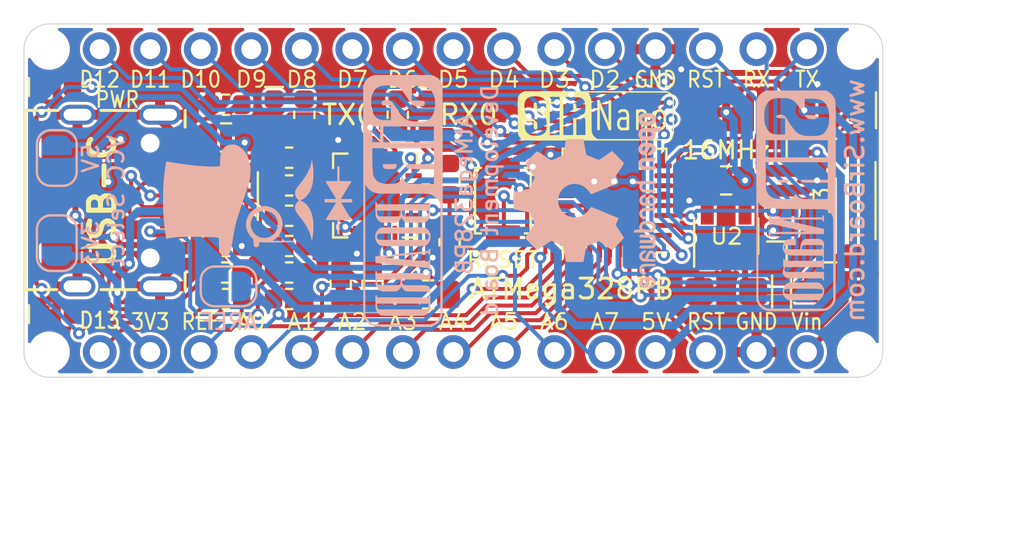
<source format=kicad_pcb>
(kicad_pcb (version 20171130) (host pcbnew "(5.1.2)-2")
  (title_block (title SirNano) (date 2020-04-12) (rev 3.1) (company SirBoard) (comment 1 www.SirBoard.com) (comment 2 "Arduino Nano Footprint and Pinout with 3.3V and 5V capability ") (comment 3 "SirBlue Adapter (Qwiic and Stemma QT)") (comment 4 "ATMega328PB Based Dev Board"))
  (layers (0 F.Cu signal) (31 B.Cu signal) (34 B.Paste user hide) (35 F.Paste user hide) (36 B.SilkS user) (37 F.SilkS user) (38 B.Mask user hide) (39 F.Mask user hide) (44 Edge.Cuts user))
  (net 0 "")
  (net 1 GND)
  (net 2 "Net-(L1-Pad2)")
  (net 3 /X1)
  (net 4 /X2)
  (net 5 /uD+)
  (net 6 /uD-)
  (net 7 /PWRLED)
  (net 8 TX_LED)
  (net 9 RX_LED)
  (net 10 "Net-(U3-Pad19)")
  (net 11 "Net-(U3-Pad16)")
  (net 12 "Net-(U3-Pad15)")
  (net 13 "Net-(U3-Pad6)")
  (net 14 "Net-(U3-Pad5)")
  (net 15 "Net-(U3-Pad4)")
  (net 16 "Net-(U3-Pad2)")
  (net 17 A0)
  (net 18 A1)
  (net 19 A2)
  (net 20 A3)
  (net 21 A4)
  (net 22 A5)
  (net 23 A6)
  (net 24 A7)
  (net 25 RESET)
  (net 26 "Net-(C11-Pad2)")
  (net 27 D11)
  (net 28 D13)
  (net 29 D12)
  (net 30 AREF)
  (net 31 VCC)
  (net 32 D-)
  (net 33 D+)
  (net 34 D10)
  (net 35 D9)
  (net 36 D8)
  (net 37 D7)
  (net 38 D6)
  (net 39 D5)
  (net 40 D4)
  (net 41 D3)
  (net 42 D2)
  (net 43 TX)
  (net 44 RX)
  (net 45 VBUS)
  (net 46 /D13LED)
  (net 47 "Net-(P1-PadB5)")
  (net 48 "Net-(P1-PadA8)")
  (net 49 "Net-(P1-PadA5)")
  (net 50 "Net-(P1-PadB8)")
  (net 51 /TXLED)
  (net 52 /RXLED)
  (net 53 VUSB)
  (net 54 VIN)
  (net 55 3V3)
  (net 56 "Net-(U2-Pad4)")
  (net 57 /LDO_in)
  (net 58 SDA1)
  (net 59 SCL1)
  (module logo:SirBoard79x25 (layer F.Cu) (at 71.9328 32.5628)
    (fp_text reference G*** hide)
    (fp_text value LOGO hide)
  )
  (module SirBoardLibrary:USB_C (layer F.Cu) (at 51.308 33.6135 270)
    (fp_text reference USB-C (at 3.2165 4.191 90) (layer F.SilkS) (effects (font (size 1.27 1.27) (thickness 0.254))))
    (fp_text value USB_C_Plug_USB2.0 hide)
    (pad B4 smd rect (at 5.4558 0.5866 270) (size 0.31 1.4) (layers F.Cu F.Paste F.Mask) (net 45 VBUS))
    (pad B1 smd rect (at 6.2585 0.5866 270) (size 0.31 1.4) (layers F.Cu F.Paste F.Mask) (net 1 GND))
    (pad B9 smd rect (at 0.9685 0.5842 270) (size 0.31 1.4) (layers F.Cu F.Paste F.Mask) (net 45 VBUS))
    (pad B12 smd rect (at 0.1685 0.5842 270) (size 0.31 1.4) (layers F.Cu F.Paste F.Mask) (net 1 GND))
    (pad A1 smd rect (at -0.1415 0.5866 270) (size 0.31 1.4) (layers F.Cu F.Paste F.Mask) (net 1 GND))
    (pad A12 smd rect (at 6.5685 0.5866 270) (size 0.31 1.4) (layers F.Cu F.Paste F.Mask) (net 1 GND))
    (pad "" np_thru_hole circle (at 0.3235 1.7866 270) (size 0.65 0.65) (drill oval 0.65) (layers *.Cu *.Mask))
    (pad "" np_thru_hole circle (at 6.1035 1.7866 270) (size 0.65 0.65) (drill oval 0.65) (layers *.Cu *.Mask))
    (pad S1 thru_hole oval (at -1.1065 5.4366 270) (size 1 1.8) (drill oval 0.6 1.4) (layers *.Cu *.Mask) (net 1 GND))
    (pad S1 thru_hole oval (at 7.5335 5.4366 270) (size 1 1.8) (drill oval 0.6 1.4) (layers *.Cu *.Mask) (net 1 GND))
    (pad S1 thru_hole oval (at 7.5335 1.2866 270) (size 1 2.1) (drill oval 0.6 1.7) (layers *.Cu *.Mask) (net 1 GND))
    (pad S1 thru_hole oval (at -1.1065 1.2866 270) (size 1 2.1) (drill oval 0.6 1.7) (layers *.Cu *.Mask) (net 1 GND))
    (pad B5 smd rect (at 4.9635 0.5866 270) (size 0.32 1.4) (layers F.Cu F.Paste F.Mask) (net 47 "Net-(P1-PadB5)"))
    (pad A8 smd rect (at 4.4635 0.5866 270) (size 0.32 1.4) (layers F.Cu F.Paste F.Mask) (net 48 "Net-(P1-PadA8)"))
    (pad B6 smd rect (at 3.9635 0.5866 270) (size 0.32 1.4) (layers F.Cu F.Paste F.Mask) (net 33 D+))
    (pad A7 smd rect (at 3.4635 0.5866 270) (size 0.32 1.4) (layers F.Cu F.Paste F.Mask) (net 32 D-))
    (pad A6 smd rect (at 2.9635 0.5866 270) (size 0.32 1.4) (layers F.Cu F.Paste F.Mask) (net 33 D+))
    (pad B7 smd rect (at 2.4635 0.5866 270) (size 0.32 1.4) (layers F.Cu F.Paste F.Mask) (net 32 D-))
    (pad A5 smd rect (at 1.9635 0.5866 270) (size 0.32 1.4) (layers F.Cu F.Paste F.Mask) (net 49 "Net-(P1-PadA5)"))
    (pad B8 smd rect (at 1.4635 0.5866 270) (size 0.32 1.4) (layers F.Cu F.Paste F.Mask) (net 50 "Net-(P1-PadB8)"))
    (pad A9 smd rect (at 5.7685 0.5866 270) (size 0.31 1.4) (layers F.Cu F.Paste F.Mask) (net 45 VBUS))
    (pad A4 smd rect (at 0.6585 0.5866 270) (size 0.31 1.4) (layers F.Cu F.Paste F.Mask) (net 45 VBUS))
  )
  (module logo:SirBoard127x40 (layer B.Cu) (at 62.23 36.83 270)
    (fp_text reference G*** hide)
    (fp_text value LOGO hide)
  )
  (module Diode_SMD:D_SOD-123F (layer F.Cu) (at 83.82 32.2834 180)
    (fp_text reference D2 hide)
    (fp_text value MBR120)
    (pad 2 smd rect (at 1.4 0 180) (size 1.1 1.1) (layers F.Cu F.Paste F.Mask) (net 53 VUSB))
    (pad 1 smd rect (at -1.4 0 180) (size 1.1 1.1) (layers F.Cu F.Paste F.Mask) (net 57 /LDO_in))
  )
  (module Capacitor_Tantalum_SMD:CP_EIA-3216-12_Kemet-S (layer F.Cu) (at 78.486 41.402 180)
    (fp_text reference C8 hide)
    (fp_text value 22uF)
    (pad 2 smd roundrect (at 1.35 0 180) (size 1.4 1.35) (layers F.Cu F.Paste F.Mask) (roundrect_rratio 0.185185) (net 1 GND))
    (pad 1 smd roundrect (at -1.35 0 180) (size 1.4 1.35) (layers F.Cu F.Paste F.Mask) (roundrect_rratio 0.185185) (net 57 /LDO_in))
  )
  (module Diode_SMD:D_SOD-123F (layer F.Cu) (at 83.947 41.402)
    (fp_text reference D3 hide)
    (fp_text value MBR120)
    (pad 2 smd rect (at 1.4 0) (size 1.1 1.1) (layers F.Cu F.Paste F.Mask) (net 54 VIN))
    (pad 1 smd rect (at -1.4 0) (size 1.1 1.1) (layers F.Cu F.Paste F.Mask) (net 57 /LDO_in))
  )
  (module Crystal:Resonator_SMD_muRata_CSTxExxV-3Pin_3.0x1.1mm (layer F.Cu) (at 78.486 32.385)
    (fp_text reference Y1 hide)
    (fp_text value 16MHz)
    (pad 3 smd rect (at 1.2 0) (size 0.4 1.9) (layers F.Cu F.Paste F.Mask) (net 3 /X1))
    (pad 2 smd rect (at 0 0) (size 0.4 1.9) (layers F.Cu F.Paste F.Mask) (net 1 GND))
    (pad 1 smd rect (at -1.2 0) (size 0.4 1.9) (layers F.Cu F.Paste F.Mask) (net 4 /X2))
  )
  (module Jumper:SolderJumper-2_P1.3mm_Open_RoundedPad1.0x1.5mm (layer B.Cu) (at 44.831 38.974 90)
    (fp_text reference JP3 hide)
    (fp_text value AREF)
    (pad 2 smd custom (at 0.65 0 90) (size 1 0.5) (layers B.Cu B.Mask) (net 31 VCC) (options (clearance outline) (anchor rect)) (primitives (gr_circle (center 0 -0.25) (end 0.5 -0.25) (width 0)) (gr_circle (center 0 0.25) (end 0.5 0.25) (width 0)) (gr_poly (pts (xy 0 0.75) (xy -0.5 0.75) (xy -0.5 -0.75) (xy 0 -0.75)) (width 0))))
    (pad 1 smd custom (at -0.65 0 90) (size 1 0.5) (layers B.Cu B.Mask) (net 55 3V3) (options (clearance outline) (anchor rect)) (primitives (gr_circle (center 0 -0.25) (end 0.5 -0.25) (width 0)) (gr_circle (center 0 0.25) (end 0.5 0.25) (width 0)) (gr_poly (pts (xy 0 0.75) (xy 0.5 0.75) (xy 0.5 -0.75) (xy 0 -0.75)) (width 0))))
  )
  (module Jumper:SolderJumper-2_P1.3mm_Open_RoundedPad1.0x1.5mm (layer B.Cu) (at 44.831 34.686 270)
    (fp_text reference JP2 hide)
    (fp_text value AREF)
    (pad 2 smd custom (at 0.65 0 270) (size 1 0.5) (layers B.Cu B.Mask) (net 31 VCC) (options (clearance outline) (anchor rect)) (primitives (gr_circle (center 0 -0.25) (end 0.5 -0.25) (width 0)) (gr_circle (center 0 0.25) (end 0.5 0.25) (width 0)) (gr_poly (pts (xy 0 0.75) (xy -0.5 0.75) (xy -0.5 -0.75) (xy 0 -0.75)) (width 0))))
    (pad 1 smd custom (at -0.65 0 270) (size 1 0.5) (layers B.Cu B.Mask) (net 53 VUSB) (options (clearance outline) (anchor rect)) (primitives (gr_circle (center 0 -0.25) (end 0.5 -0.25) (width 0)) (gr_circle (center 0 0.25) (end 0.5 0.25) (width 0)) (gr_poly (pts (xy 0 0.75) (xy 0.5 0.75) (xy 0.5 -0.75) (xy 0 -0.75)) (width 0))))
  )
  (module Package_TO_SOT_SMD:SOT-23-5 (layer F.Cu) (at 78.486 38.608 90)
    (fp_text reference U2 (at -0.0254 0.0254) (layer F.SilkS) (effects (font (size 0.8 0.8) (thickness 0.12))))
    (fp_text value SPX3819M5-L-3-3)
    (pad 5 smd rect (at 1.1 -0.95 90) (size 1.06 0.65) (layers F.Cu F.Paste F.Mask) (net 55 3V3))
    (pad 4 smd rect (at 1.1 0.95 90) (size 1.06 0.65) (layers F.Cu F.Paste F.Mask) (net 56 "Net-(U2-Pad4)"))
    (pad 3 smd rect (at -1.1 0.95 90) (size 1.06 0.65) (layers F.Cu F.Paste F.Mask) (net 57 /LDO_in))
    (pad 2 smd rect (at -1.1 0 90) (size 1.06 0.65) (layers F.Cu F.Paste F.Mask) (net 1 GND))
    (pad 1 smd rect (at -1.1 -0.95 90) (size 1.06 0.65) (layers F.Cu F.Paste F.Mask) (net 57 /LDO_in))
  )
  (module Package_DFN_QFN:QFN-32-1EP_5x5mm_P0.5mm_EP3.1x3.1mm (layer F.Cu) (at 72.8726 36.83 180)
    (fp_text reference U1 hide)
    (fp_text value ATmega328PB-MU)
    (pad 33 smd roundrect (at 0 0 180) (size 3.1 3.1) (layers F.Cu F.Mask) (roundrect_rratio 0.08064499999999999) (net 1 GND))
    (pad 1 smd roundrect (at -2.4375 -1.75 180) (size 0.875 0.25) (layers F.Cu F.Paste F.Mask) (net 41 D3))
    (pad 2 smd roundrect (at -2.4375 -1.25 180) (size 0.875 0.25) (layers F.Cu F.Paste F.Mask) (net 40 D4))
    (pad 3 smd roundrect (at -2.4375 -0.75 180) (size 0.875 0.25) (layers F.Cu F.Paste F.Mask) (net 58 SDA1))
    (pad 4 smd roundrect (at -2.4375 -0.25 180) (size 0.875 0.25) (layers F.Cu F.Paste F.Mask) (net 31 VCC))
    (pad 5 smd roundrect (at -2.4375 0.25 180) (size 0.875 0.25) (layers F.Cu F.Paste F.Mask) (net 1 GND))
    (pad 6 smd roundrect (at -2.4375 0.75 180) (size 0.875 0.25) (layers F.Cu F.Paste F.Mask) (net 59 SCL1))
    (pad 7 smd roundrect (at -2.4375 1.25 180) (size 0.875 0.25) (layers F.Cu F.Paste F.Mask) (net 3 /X1))
    (pad 8 smd roundrect (at -2.4375 1.75 180) (size 0.875 0.25) (layers F.Cu F.Paste F.Mask) (net 4 /X2))
    (pad 9 smd roundrect (at -1.75 2.4375 180) (size 0.25 0.875) (layers F.Cu F.Paste F.Mask) (net 39 D5))
    (pad 10 smd roundrect (at -1.25 2.4375 180) (size 0.25 0.875) (layers F.Cu F.Paste F.Mask) (net 38 D6))
    (pad 11 smd roundrect (at -0.75 2.4375 180) (size 0.25 0.875) (layers F.Cu F.Paste F.Mask) (net 37 D7))
    (pad 12 smd roundrect (at -0.25 2.4375 180) (size 0.25 0.875) (layers F.Cu F.Paste F.Mask) (net 36 D8))
    (pad 13 smd roundrect (at 0.25 2.4375 180) (size 0.25 0.875) (layers F.Cu F.Paste F.Mask) (net 35 D9))
    (pad 14 smd roundrect (at 0.75 2.4375 180) (size 0.25 0.875) (layers F.Cu F.Paste F.Mask) (net 34 D10))
    (pad 15 smd roundrect (at 1.25 2.4375 180) (size 0.25 0.875) (layers F.Cu F.Paste F.Mask) (net 27 D11))
    (pad 16 smd roundrect (at 1.75 2.4375 180) (size 0.25 0.875) (layers F.Cu F.Paste F.Mask) (net 29 D12))
    (pad 17 smd roundrect (at 2.4375 1.75 180) (size 0.875 0.25) (layers F.Cu F.Paste F.Mask) (net 28 D13))
    (pad 18 smd roundrect (at 2.4375 1.25 180) (size 0.875 0.25) (layers F.Cu F.Paste F.Mask) (net 2 "Net-(L1-Pad2)"))
    (pad 19 smd roundrect (at 2.4375 0.75 180) (size 0.875 0.25) (layers F.Cu F.Paste F.Mask) (net 23 A6))
    (pad 20 smd roundrect (at 2.4375 0.25 180) (size 0.875 0.25) (layers F.Cu F.Paste F.Mask) (net 30 AREF))
    (pad 21 smd roundrect (at 2.4375 -0.25 180) (size 0.875 0.25) (layers F.Cu F.Paste F.Mask) (net 1 GND))
    (pad 22 smd roundrect (at 2.4375 -0.75 180) (size 0.875 0.25) (layers F.Cu F.Paste F.Mask) (net 24 A7))
    (pad 23 smd roundrect (at 2.4375 -1.25 180) (size 0.875 0.25) (layers F.Cu F.Paste F.Mask) (net 17 A0))
    (pad 24 smd roundrect (at 2.4375 -1.75 180) (size 0.875 0.25) (layers F.Cu F.Paste F.Mask) (net 18 A1))
    (pad 25 smd roundrect (at 1.75 -2.4375 180) (size 0.25 0.875) (layers F.Cu F.Paste F.Mask) (net 19 A2))
    (pad 26 smd roundrect (at 1.25 -2.4375 180) (size 0.25 0.875) (layers F.Cu F.Paste F.Mask) (net 20 A3))
    (pad 27 smd roundrect (at 0.75 -2.4375 180) (size 0.25 0.875) (layers F.Cu F.Paste F.Mask) (net 21 A4))
    (pad 28 smd roundrect (at 0.25 -2.4375 180) (size 0.25 0.875) (layers F.Cu F.Paste F.Mask) (net 22 A5))
    (pad 29 smd roundrect (at -0.25 -2.4375 180) (size 0.25 0.875) (layers F.Cu F.Paste F.Mask) (net 25 RESET))
    (pad 30 smd roundrect (at -0.75 -2.4375 180) (size 0.25 0.875) (layers F.Cu F.Paste F.Mask) (net 44 RX))
    (pad 31 smd roundrect (at -1.25 -2.4375 180) (size 0.25 0.875) (layers F.Cu F.Paste F.Mask) (net 43 TX))
    (pad 32 smd roundrect (at -1.75 -2.4375 180) (size 0.25 0.875) (layers F.Cu F.Paste F.Mask) (net 42 D2))
  )
  (module logo:SirNano118x40 (layer B.Cu) (at 81.9912 36.83 270)
    (fp_text reference G*** hide)
    (fp_text value LOGO hide)
  )
  (module logo:logo94x134 (layer B.Cu) (at 54.9275 36.83 270)
    (fp_text reference G*** hide)
    (fp_text value LOGO hide)
  )
  (module Symbol:OSHW-Logo2_9.8x8mm_SilkScreen (layer B.Cu) (at 71.501 36.83 270)
    (fp_text reference REF** hide)
    (fp_text value OSHW-Logo2_9.8x8mm_SilkScreen hide)
  )
  (module Resistor_SMD:R_0603_1608Metric (layer F.Cu) (at 53.302 40.4495 180)
    (fp_text reference R12 hide)
    (fp_text value 5K1)
    (pad 2 smd roundrect (at 0.7875 0 180) (size 0.875 0.95) (layers F.Cu F.Paste F.Mask) (net 49 "Net-(P1-PadA5)"))
    (pad 1 smd roundrect (at -0.7875 0 180) (size 0.875 0.95) (layers F.Cu F.Paste F.Mask) (net 1 GND))
  )
  (module Resistor_SMD:R_0603_1608Metric (layer F.Cu) (at 56.515 40.4495 180)
    (fp_text reference R11 hide)
    (fp_text value 5K1)
    (pad 2 smd roundrect (at 0.7875 0 180) (size 0.875 0.95) (layers F.Cu F.Paste F.Mask) (net 47 "Net-(P1-PadB5)"))
    (pad 1 smd roundrect (at -0.7875 0 180) (size 0.875 0.95) (layers F.Cu F.Paste F.Mask) (net 1 GND))
  )
  (module SirBoardLibrary:SirBlue_Connector (layer F.Cu) (at 83.312 36.83 90)
    (fp_text reference J3 (at 0 0 90) (layer F.SilkS) (effects (font (size 0.8 0.8) (thickness 0.12))))
    (fp_text value SirBlue)
    (pad MP smd roundrect (at 2.8 1.875 90) (size 1.2 1.8) (layers F.Cu F.Paste F.Mask) (roundrect_rratio 0.208333))
    (pad MP smd roundrect (at -2.8 1.875 90) (size 1.2 1.8) (layers F.Cu F.Paste F.Mask) (roundrect_rratio 0.208333))
    (pad 4 smd roundrect (at 1.5 -2 90) (size 0.6 1.55) (layers F.Cu F.Paste F.Mask) (net 1 GND))
    (pad 3 smd roundrect (at 0.5 -2 90) (size 0.6 1.55) (layers F.Cu F.Paste F.Mask) (net 31 VCC))
    (pad 2 smd roundrect (at -0.5 -2 90) (size 0.6 1.55) (layers F.Cu F.Paste F.Mask) (net 58 SDA1))
    (pad 1 smd roundrect (at -1.5 -2 90) (size 0.6 1.55) (layers F.Cu F.Paste F.Mask) (net 59 SCL1))
  )
  (module Button_Switch_SMD:SW_SPST_B3U-1000P (layer F.Cu) (at 67.2592 36.83 90)
    (fp_text reference RESET (at -2.9845 0 180) (layer F.SilkS) (effects (font (size 0.8 0.8) (thickness 0.12))))
    (fp_text value SW_Push)
    (pad 2 smd rect (at 1.7 0 90) (size 0.9 1.7) (layers F.Cu F.Paste F.Mask) (net 1 GND))
    (pad 1 smd rect (at -1.7 0 90) (size 0.9 1.7) (layers F.Cu F.Paste F.Mask) (net 25 RESET))
  )
  (module SirBoardLibrary:SOT-143 (layer F.Cu) (at 53.467 36.576 90)
    (fp_text reference D1 hide)
    (fp_text value PRTR5V0U2X)
    (pad 4 smd rect (at 1.1508 -1.0516) (size 0.8 1) (layers F.Cu F.Paste F.Mask) (net 45 VBUS))
    (pad 3 smd rect (at 1.1508 0.8484) (size 0.8 1) (layers F.Cu F.Paste F.Mask) (net 33 D+))
    (pad 2 smd rect (at -1.1492 0.8484) (size 0.8 1) (layers F.Cu F.Paste F.Mask) (net 32 D-))
    (pad 1 smd rect (at -1.1492 -0.8716) (size 1.2 1) (layers F.Cu F.Paste F.Mask) (net 1 GND))
  )
  (module Resistor_SMD:R_0805_2012Metric (layer F.Cu) (at 53.34 33.655 180)
    (fp_text reference F1 hide)
    (fp_text value 500mA)
    (pad 2 smd roundrect (at 0.9375 0 180) (size 0.975 1.4) (layers F.Cu F.Paste F.Mask) (net 45 VBUS))
    (pad 1 smd roundrect (at -0.9375 0 180) (size 0.975 1.4) (layers F.Cu F.Paste F.Mask) (net 53 VUSB))
  )
  (module LED_SMD:LED_0603_1608Metric (layer F.Cu) (at 44.831 31.115)
    (fp_text reference PWR (at 3.048 0.635 180) (layer F.SilkS) (effects (font (size 0.8 0.7) (thickness 0.11))))
    (fp_text value LED)
    (pad 2 smd roundrect (at 0.7875 0) (size 0.875 0.95) (layers F.Cu F.Paste F.Mask) (net 7 /PWRLED))
    (pad 1 smd roundrect (at -0.7875 0) (size 0.875 0.95) (layers F.Cu F.Paste F.Mask) (net 1 GND))
  )
  (module LED_SMD:LED_0603_1608Metric (layer F.Cu) (at 44.831 42.545)
    (fp_text reference D13 (at 2.159 0.3175 180) (layer F.SilkS) (effects (font (size 0.8 0.7) (thickness 0.12))))
    (fp_text value LED)
    (pad 2 smd roundrect (at 0.7875 0) (size 0.875 0.95) (layers F.Cu F.Paste F.Mask) (net 46 /D13LED))
    (pad 1 smd roundrect (at -0.7875 0) (size 0.875 0.95) (layers F.Cu F.Paste F.Mask) (net 1 GND))
  )
  (module LED_SMD:LED_0603_1608Metric (layer F.Cu) (at 55.753 32.512 270)
    (fp_text reference TX0 (at 0 -3.7465 180) (layer F.SilkS))
    (fp_text value LED)
    (pad 2 smd roundrect (at 0.7875 0 270) (size 0.875 0.95) (layers F.Cu F.Paste F.Mask) (net 31 VCC))
    (pad 1 smd roundrect (at -0.7875 0 270) (size 0.875 0.95) (layers F.Cu F.Paste F.Mask) (net 51 /TXLED))
  )
  (module LED_SMD:LED_0603_1608Metric (layer F.Cu) (at 63.5 32.512 270)
    (fp_text reference RX0 (at 0 -2.032) (layer F.SilkS))
    (fp_text value LED)
    (pad 2 smd roundrect (at 0.7875 0 270) (size 0.875 0.95) (layers F.Cu F.Paste F.Mask) (net 31 VCC))
    (pad 1 smd roundrect (at -0.7875 0 270) (size 0.875 0.95) (layers F.Cu F.Paste F.Mask) (net 52 /RXLED))
  )
  (module Resistor_SMD:R_0603_1608Metric (layer F.Cu) (at 53.34 39.116 180)
    (fp_text reference R10 hide)
    (fp_text value 1k)
    (pad 2 smd roundrect (at 0.7875 0 180) (size 0.875 0.95) (layers F.Cu F.Paste F.Mask) (net 7 /PWRLED))
    (pad 1 smd roundrect (at -0.7875 0 180) (size 0.875 0.95) (layers F.Cu F.Paste F.Mask) (net 31 VCC))
  )
  (module Resistor_SMD:R_0603_1608Metric (layer F.Cu) (at 53.34 41.783 180)
    (fp_text reference R9 hide)
    (fp_text value 1k)
    (pad 2 smd roundrect (at 0.7875 0 180) (size 0.875 0.95) (layers F.Cu F.Paste F.Mask) (net 46 /D13LED))
    (pad 1 smd roundrect (at -0.7875 0 180) (size 0.875 0.95) (layers F.Cu F.Paste F.Mask) (net 28 D13))
  )
  (module Resistor_SMD:R_0603_1608Metric (layer F.Cu) (at 57.277 32.512 90)
    (fp_text reference R8 hide)
    (fp_text value 1k)
    (pad 2 smd roundrect (at 0.7875 0 90) (size 0.875 0.95) (layers F.Cu F.Paste F.Mask) (net 51 /TXLED))
    (pad 1 smd roundrect (at -0.7875 0 90) (size 0.875 0.95) (layers F.Cu F.Paste F.Mask) (net 8 TX_LED))
  )
  (module Resistor_SMD:R_0603_1608Metric (layer F.Cu) (at 61.976 32.512 90)
    (fp_text reference R4 hide)
    (fp_text value 1k)
    (pad 2 smd roundrect (at 0.7875 0 90) (size 0.875 0.95) (layers F.Cu F.Paste F.Mask) (net 52 /RXLED))
    (pad 1 smd roundrect (at -0.7875 0 90) (size 0.875 0.95) (layers F.Cu F.Paste F.Mask) (net 9 RX_LED))
  )
  (module Resistor_SMD:R_0603_1608Metric (layer F.Cu) (at 64.5795 38.9255 90)
    (fp_text reference R3 hide)
    (fp_text value 10k)
    (pad 2 smd roundrect (at 0.7875 0 90) (size 0.875 0.95) (layers F.Cu F.Paste F.Mask) (net 25 RESET))
    (pad 1 smd roundrect (at -0.7875 0 90) (size 0.875 0.95) (layers F.Cu F.Paste F.Mask) (net 31 VCC))
  )
  (module Inductor_SMD:L_0805_2012Metric_Pad1.15x1.40mm_HandSolder (layer F.Cu) (at 63.5 41.5544)
    (fp_text reference L1 hide)
    (fp_text value 10uH)
    (pad 2 smd roundrect (at 1.025 0) (size 1.15 1.4) (layers F.Cu F.Paste F.Mask) (roundrect_rratio 0.217391) (net 2 "Net-(L1-Pad2)"))
    (pad 1 smd roundrect (at -1.025 0) (size 1.15 1.4) (layers F.Cu F.Paste F.Mask) (roundrect_rratio 0.217391) (net 31 VCC))
  )
  (module Capacitor_SMD:C_0603_1608Metric (layer F.Cu) (at 64.5795 35.7505 90)
    (fp_text reference C11 hide)
    (fp_text value 100nF)
    (pad 2 smd roundrect (at 0.7875 0 90) (size 0.875 0.95) (layers F.Cu F.Paste F.Mask) (net 26 "Net-(C11-Pad2)"))
    (pad 1 smd roundrect (at -0.7875 0 90) (size 0.875 0.95) (layers F.Cu F.Paste F.Mask) (net 25 RESET))
  )
  (module Capacitor_SMD:C_0603_1608Metric (layer F.Cu) (at 60.706 41.021 270)
    (fp_text reference C9 hide)
    (fp_text value 100nF)
    (pad 2 smd roundrect (at 0.7875 0 270) (size 0.875 0.95) (layers F.Cu F.Paste F.Mask) (net 1 GND))
    (pad 1 smd roundrect (at -0.7875 0 270) (size 0.875 0.95) (layers F.Cu F.Paste F.Mask) (net 31 VCC))
  )
  (module Capacitor_SMD:C_0805_2012Metric (layer F.Cu) (at 78.486 35.814)
    (fp_text reference C7 hide)
    (fp_text value 10uF)
    (pad 2 smd roundrect (at 0.9375 0) (size 0.975 1.4) (layers F.Cu F.Paste F.Mask) (net 1 GND))
    (pad 1 smd roundrect (at -0.9375 0) (size 0.975 1.4) (layers F.Cu F.Paste F.Mask) (net 55 3V3))
  )
  (module Capacitor_SMD:C_0603_1608Metric (layer F.Cu) (at 59.1058 41.0211 270)
    (fp_text reference C3 hide)
    (fp_text value 100nF)
    (pad 2 smd roundrect (at 0.7875 0 270) (size 0.875 0.95) (layers F.Cu F.Paste F.Mask) (net 1 GND))
    (pad 1 smd roundrect (at -0.7875 0 270) (size 0.875 0.95) (layers F.Cu F.Paste F.Mask) (net 55 3V3))
  )
  (module Capacitor_SMD:C_0603_1608Metric (layer F.Cu) (at 56.515 41.783)
    (fp_text reference C1 hide)
    (fp_text value 100nF)
    (pad 2 smd roundrect (at 0.7875 0) (size 0.875 0.95) (layers F.Cu F.Paste F.Mask) (net 1 GND))
    (pad 1 smd roundrect (at -0.7875 0) (size 0.875 0.95) (layers F.Cu F.Paste F.Mask) (net 30 AREF))
  )
  (module Connector_PinHeader_2.54mm:PinHeader_1x15_P2.54mm_Vertical (layer B.Cu) (at 46.99 29.21 270)
    (fp_text reference J1 hide)
    (fp_text value Conn_01x15)
    (pad 15 thru_hole oval (at 0 -35.56 270) (size 1.7 1.7) (drill 1) (layers *.Cu *.Mask) (net 43 TX))
    (pad 14 thru_hole oval (at 0 -33.02 270) (size 1.7 1.7) (drill 1) (layers *.Cu *.Mask) (net 44 RX))
    (pad 13 thru_hole oval (at 0 -30.48 270) (size 1.7 1.7) (drill 1) (layers *.Cu *.Mask) (net 25 RESET))
    (pad 12 thru_hole oval (at 0 -27.94 270) (size 1.7 1.7) (drill 1) (layers *.Cu *.Mask) (net 1 GND))
    (pad 11 thru_hole oval (at 0 -25.4 270) (size 1.7 1.7) (drill 1) (layers *.Cu *.Mask) (net 42 D2))
    (pad 10 thru_hole oval (at 0 -22.86 270) (size 1.7 1.7) (drill 1) (layers *.Cu *.Mask) (net 41 D3))
    (pad 9 thru_hole oval (at 0 -20.32 270) (size 1.7 1.7) (drill 1) (layers *.Cu *.Mask) (net 40 D4))
    (pad 8 thru_hole oval (at 0 -17.78 270) (size 1.7 1.7) (drill 1) (layers *.Cu *.Mask) (net 39 D5))
    (pad 7 thru_hole oval (at 0 -15.24 270) (size 1.7 1.7) (drill 1) (layers *.Cu *.Mask) (net 38 D6))
    (pad 6 thru_hole oval (at 0 -12.7 270) (size 1.7 1.7) (drill 1) (layers *.Cu *.Mask) (net 37 D7))
    (pad 5 thru_hole oval (at 0 -10.16 270) (size 1.7 1.7) (drill 1) (layers *.Cu *.Mask) (net 36 D8))
    (pad 4 thru_hole oval (at 0 -7.62 270) (size 1.7 1.7) (drill 1) (layers *.Cu *.Mask) (net 35 D9))
    (pad 3 thru_hole oval (at 0 -5.08 270) (size 1.7 1.7) (drill 1) (layers *.Cu *.Mask) (net 34 D10))
    (pad 2 thru_hole oval (at 0 -2.54 270) (size 1.7 1.7) (drill 1) (layers *.Cu *.Mask) (net 27 D11))
    (pad 1 thru_hole circle (at 0 0 270) (size 1.7 1.7) (drill 1) (layers *.Cu *.Mask) (net 29 D12))
  )
  (module Connector_PinHeader_2.54mm:PinHeader_1x15_P2.54mm_Vertical (layer B.Cu) (at 82.55 44.45 90)
    (fp_text reference J2 hide)
    (fp_text value Conn_01x15)
    (pad 15 thru_hole oval (at 0 -35.56 90) (size 1.7 1.7) (drill 1) (layers *.Cu *.Mask) (net 28 D13))
    (pad 14 thru_hole oval (at 0 -33.02 90) (size 1.7 1.7) (drill 1) (layers *.Cu *.Mask) (net 55 3V3))
    (pad 13 thru_hole oval (at 0 -30.48 90) (size 1.7 1.7) (drill 1) (layers *.Cu *.Mask) (net 30 AREF))
    (pad 12 thru_hole oval (at 0 -27.94 90) (size 1.7 1.7) (drill 1) (layers *.Cu *.Mask) (net 17 A0))
    (pad 11 thru_hole oval (at 0 -25.4 90) (size 1.7 1.7) (drill 1) (layers *.Cu *.Mask) (net 18 A1))
    (pad 10 thru_hole oval (at 0 -22.86 90) (size 1.7 1.7) (drill 1) (layers *.Cu *.Mask) (net 19 A2))
    (pad 9 thru_hole oval (at 0 -20.32 90) (size 1.7 1.7) (drill 1) (layers *.Cu *.Mask) (net 20 A3))
    (pad 8 thru_hole oval (at 0 -17.78 90) (size 1.7 1.7) (drill 1) (layers *.Cu *.Mask) (net 21 A4))
    (pad 7 thru_hole oval (at 0 -15.24 90) (size 1.7 1.7) (drill 1) (layers *.Cu *.Mask) (net 22 A5))
    (pad 6 thru_hole oval (at 0 -12.7 90) (size 1.7 1.7) (drill 1) (layers *.Cu *.Mask) (net 23 A6))
    (pad 5 thru_hole oval (at 0 -10.16 90) (size 1.7 1.7) (drill 1) (layers *.Cu *.Mask) (net 24 A7))
    (pad 4 thru_hole oval (at 0 -7.62 90) (size 1.7 1.7) (drill 1) (layers *.Cu *.Mask) (net 53 VUSB))
    (pad 3 thru_hole oval (at 0 -5.08 90) (size 1.7 1.7) (drill 1) (layers *.Cu *.Mask) (net 25 RESET))
    (pad 2 thru_hole oval (at 0 -2.54 90) (size 1.7 1.7) (drill 1) (layers *.Cu *.Mask) (net 1 GND))
    (pad 1 thru_hole circle (at 0 0 90) (size 1.7 1.7) (drill 1) (layers *.Cu *.Mask) (net 54 VIN))
  )
  (module MountingHole:MountingHole_2.2mm_M2 (layer F.Cu) (at 85.09 29.21)
    (fp_text reference H4 hide)
    (fp_text value MountingHole)
    (pad "" np_thru_hole circle (at 0 0) (size 1.778 1.778) (drill 1.778) (layers *.Cu *.Mask))
  )
  (module MountingHole:MountingHole_2.2mm_M2 (layer F.Cu) (at 44.45 44.45)
    (fp_text reference H3 hide)
    (fp_text value MountingHole)
    (pad "" np_thru_hole circle (at 0 0) (size 1.778 1.778) (drill 1.778) (layers *.Cu *.Mask))
  )
  (module MountingHole:MountingHole_2.2mm_M2 (layer F.Cu) (at 85.09 44.45)
    (fp_text reference H2 hide)
    (fp_text value MountingHole)
    (pad "" np_thru_hole circle (at 0 0) (size 1.778 1.778) (drill 1.778) (layers *.Cu *.Mask))
  )
  (module MountingHole:MountingHole_2.2mm_M2 (layer F.Cu) (at 44.45 29.21)
    (fp_text reference H1 hide)
    (fp_text value MountingHole)
    (pad "" np_thru_hole circle (at 0 0) (size 1.778 1.778) (drill 1.778) (layers *.Cu *.Mask))
  )
  (module Package_DFN_QFN:QFN-20-1EP_4x4mm_P0.5mm_EP2.5x2.5mm (layer F.Cu) (at 60.833 36.576 270)
    (fp_text reference U3 hide)
    (fp_text value FT231XQ)
    (pad 21 smd roundrect (at 0 0 270) (size 2.5 2.5) (layers F.Cu F.Mask) (roundrect_rratio 0.1) (net 1 GND))
    (pad 1 smd roundrect (at -1.9375 -1 270) (size 0.825 0.25) (layers F.Cu F.Paste F.Mask) (net 43 TX))
    (pad 2 smd roundrect (at -1.9375 -0.5 270) (size 0.825 0.25) (layers F.Cu F.Paste F.Mask) (net 16 "Net-(U3-Pad2)"))
    (pad 3 smd roundrect (at -1.9375 0 270) (size 0.825 0.25) (layers F.Cu F.Paste F.Mask) (net 1 GND))
    (pad 4 smd roundrect (at -1.9375 0.5 270) (size 0.825 0.25) (layers F.Cu F.Paste F.Mask) (net 15 "Net-(U3-Pad4)"))
    (pad 5 smd roundrect (at -1.9375 1 270) (size 0.825 0.25) (layers F.Cu F.Paste F.Mask) (net 14 "Net-(U3-Pad5)"))
    (pad 6 smd roundrect (at -1 1.9375 270) (size 0.25 0.825) (layers F.Cu F.Paste F.Mask) (net 13 "Net-(U3-Pad6)"))
    (pad 7 smd roundrect (at -0.5 1.9375 270) (size 0.25 0.825) (layers F.Cu F.Paste F.Mask) (net 8 TX_LED))
    (pad 8 smd roundrect (at 0 1.9375 270) (size 0.25 0.825) (layers F.Cu F.Paste F.Mask) (net 5 /uD+))
    (pad 9 smd roundrect (at 0.5 1.9375 270) (size 0.25 0.825) (layers F.Cu F.Paste F.Mask) (net 6 /uD-))
    (pad 10 smd roundrect (at 1 1.9375 270) (size 0.25 0.825) (layers F.Cu F.Paste F.Mask) (net 55 3V3))
    (pad 11 smd roundrect (at 1.9375 1 270) (size 0.825 0.25) (layers F.Cu F.Paste F.Mask) (net 55 3V3))
    (pad 12 smd roundrect (at 1.9375 0.5 270) (size 0.825 0.25) (layers F.Cu F.Paste F.Mask) (net 55 3V3))
    (pad 13 smd roundrect (at 1.9375 0 270) (size 0.825 0.25) (layers F.Cu F.Paste F.Mask) (net 1 GND))
    (pad 14 smd roundrect (at 1.9375 -0.5 270) (size 0.825 0.25) (layers F.Cu F.Paste F.Mask) (net 9 RX_LED))
    (pad 15 smd roundrect (at 1.9375 -1 270) (size 0.825 0.25) (layers F.Cu F.Paste F.Mask) (net 12 "Net-(U3-Pad15)"))
    (pad 16 smd roundrect (at 1 -1.9375 270) (size 0.25 0.825) (layers F.Cu F.Paste F.Mask) (net 11 "Net-(U3-Pad16)"))
    (pad 17 smd roundrect (at 0.5 -1.9375 270) (size 0.25 0.825) (layers F.Cu F.Paste F.Mask) (net 44 RX))
    (pad 18 smd roundrect (at 0 -1.9375 270) (size 0.25 0.825) (layers F.Cu F.Paste F.Mask) (net 26 "Net-(C11-Pad2)"))
    (pad 19 smd roundrect (at -0.5 -1.9375 270) (size 0.25 0.825) (layers F.Cu F.Paste F.Mask) (net 10 "Net-(U3-Pad19)"))
    (pad 20 smd roundrect (at -1 -1.9375 270) (size 0.25 0.825) (layers F.Cu F.Paste F.Mask) (net 55 3V3))
  )
  (module Resistor_SMD:R_0603_1608Metric (layer F.Cu) (at 56.515 37.592)
    (fp_text reference R2 hide)
    (fp_text value 27e)
    (pad 2 smd roundrect (at 0.7875 0) (size 0.875 0.95) (layers F.Cu F.Paste F.Mask) (net 6 /uD-))
    (pad 1 smd roundrect (at -0.7875 0) (size 0.875 0.95) (layers F.Cu F.Paste F.Mask) (net 32 D-))
  )
  (module Resistor_SMD:R_0603_1608Metric (layer F.Cu) (at 56.515 36.068)
    (fp_text reference R1 hide)
    (fp_text value 27e)
    (pad 2 smd roundrect (at 0.7875 0) (size 0.875 0.95) (layers F.Cu F.Paste F.Mask) (net 5 /uD+))
    (pad 1 smd roundrect (at -0.7875 0) (size 0.875 0.95) (layers F.Cu F.Paste F.Mask) (net 33 D+))
  )
  (module Jumper:SolderJumper-2_P1.3mm_Open_RoundedPad1.0x1.5mm (layer B.Cu) (at 53.467 41.148 180)
    (fp_text reference JP1 hide)
    (fp_text value AREF)
    (pad 2 smd custom (at 0.65 0 180) (size 1 0.5) (layers B.Cu B.Mask) (net 31 VCC) (options (clearance outline) (anchor rect)) (primitives (gr_circle (center 0 -0.25) (end 0.5 -0.25) (width 0)) (gr_circle (center 0 0.25) (end 0.5 0.25) (width 0)) (gr_poly (pts (xy 0 0.75) (xy -0.5 0.75) (xy -0.5 -0.75) (xy 0 -0.75)) (width 0))))
    (pad 1 smd custom (at -0.65 0 180) (size 1 0.5) (layers B.Cu B.Mask) (net 30 AREF) (options (clearance outline) (anchor rect)) (primitives (gr_circle (center 0 -0.25) (end 0.5 -0.25) (width 0)) (gr_circle (center 0 0.25) (end 0.5 0.25) (width 0)) (gr_poly (pts (xy 0 0.75) (xy 0.5 0.75) (xy 0.5 -0.75) (xy 0 -0.75)) (width 0))))
  )
  (module Capacitor_SMD:C_0603_1608Metric (layer F.Cu) (at 53.34 32.004 180)
    (fp_text reference C6 hide)
    (fp_text value 10nF)
    (pad 2 smd roundrect (at 0.7875 0 180) (size 0.875 0.95) (layers F.Cu F.Paste F.Mask) (net 1 GND))
    (pad 1 smd roundrect (at -0.7875 0 180) (size 0.875 0.95) (layers F.Cu F.Paste F.Mask) (net 45 VBUS))
  )
  (module Capacitor_SMD:C_0603_1608Metric (layer F.Cu) (at 56.515 39.116 180)
    (fp_text reference C4 hide)
    (fp_text value 47pF)
    (pad 2 smd roundrect (at 0.7875 0 180) (size 0.875 0.95) (layers F.Cu F.Paste F.Mask) (net 1 GND))
    (pad 1 smd roundrect (at -0.7875 0 180) (size 0.875 0.95) (layers F.Cu F.Paste F.Mask) (net 6 /uD-))
  )
  (module Capacitor_SMD:C_0603_1608Metric (layer F.Cu) (at 56.515 34.671 180)
    (fp_text reference C2 hide)
    (fp_text value 47pF)
    (pad 2 smd roundrect (at 0.7875 0 180) (size 0.875 0.95) (layers F.Cu F.Paste F.Mask) (net 1 GND))
    (pad 1 smd roundrect (at -0.7875 0 180) (size 0.875 0.95) (layers F.Cu F.Paste F.Mask) (net 5 /uD+))
  )
  (gr_text Nano (at 73.7108 32.5882) (layer F.SilkS) (effects (font (size 1.4 1) (thickness 0.135))))
  (gr_text 16MHz (at 78.486 34.29) (layer F.SilkS) (effects (font (size 0.9 0.9) (thickness 0.13))))
  (gr_text ATMega328PB (at 70.7136 41.275) (layer F.SilkS) (effects (font (size 1 1))))
  (gr_text AREF (at 53.467 42.926) (layer B.SilkS) (effects (font (size 0.8 0.8) (thickness 0.12)) (justify mirror)))
  (gr_text "www.SirBoard.com\n" (at 84.963 36.83 90) (layer B.SilkS) (effects (font (size 0.9 0.9)) (justify mirror)))
  (gr_text "AtMega328PB \nDevelopment Board" (at 65.9638 36.83 90) (layer B.SilkS) (effects (font (size 0.8 0.8) (thickness 0.13)) (justify mirror)))
  (gr_text 5V (at 46.5328 34.6964 90) (layer B.SilkS) (effects (font (size 0.8 0.8) (thickness 0.13)) (justify mirror)))
  (gr_text "VCC Select" (at 47.8155 36.83 90) (layer B.SilkS) (effects (font (size 0.8 0.8) (thickness 0.13)) (justify mirror)))
  (gr_text 3V3 (at 46.5328 38.9636 90) (layer B.SilkS) (effects (font (size 0.8 0.8) (thickness 0.13)) (justify mirror)))
  (gr_text Vin (at 82.55 42.926) (layer F.SilkS) (effects (font (size 0.8 0.7) (thickness 0.11))))
  (gr_text GND (at 80.01 42.926) (layer F.SilkS) (effects (font (size 0.8 0.7) (thickness 0.11))))
  (gr_text RST (at 77.47 42.926) (layer F.SilkS) (effects (font (size 0.8 0.7) (thickness 0.11))))
  (gr_text 5V (at 74.93 42.926) (layer F.SilkS) (effects (font (size 0.8 0.8) (thickness 0.11))))
  (gr_text A7 (at 72.39 42.926) (layer F.SilkS) (effects (font (size 0.8 0.8) (thickness 0.11))))
  (gr_text A6 (at 69.85 42.926) (layer F.SilkS) (effects (font (size 0.8 0.8) (thickness 0.11))))
  (gr_text A5 (at 67.31 42.926) (layer F.SilkS) (effects (font (size 0.8 0.8) (thickness 0.11))))
  (gr_text A4 (at 64.77 42.926) (layer F.SilkS) (effects (font (size 0.8 0.8) (thickness 0.11))))
  (gr_text A3 (at 62.23 42.926) (layer F.SilkS) (effects (font (size 0.8 0.8) (thickness 0.11))))
  (gr_text A2 (at 59.69 42.926) (layer F.SilkS) (effects (font (size 0.8 0.8) (thickness 0.11))))
  (gr_text A1 (at 57.15 42.926) (layer F.SilkS) (effects (font (size 0.8 0.8) (thickness 0.11))))
  (gr_text A0 (at 54.61 42.926) (layer F.SilkS) (effects (font (size 0.8 0.8) (thickness 0.11))))
  (gr_text REF (at 52.07 42.926) (layer F.SilkS) (effects (font (size 0.8 0.7) (thickness 0.11))))
  (gr_text 3V3 (at 49.53 42.926) (layer F.SilkS) (effects (font (size 0.8 0.7) (thickness 0.11))))
  (gr_text TX (at 82.55 30.734) (layer F.SilkS) (effects (font (size 0.8 0.7) (thickness 0.11))))
  (gr_text RX (at 80.01 30.734) (layer F.SilkS) (effects (font (size 0.8 0.7) (thickness 0.11))))
  (gr_text RST (at 77.47 30.734) (layer F.SilkS) (effects (font (size 0.8 0.7) (thickness 0.11))))
  (gr_text GND (at 74.93 30.734) (layer F.SilkS) (effects (font (size 0.8 0.7) (thickness 0.11))))
  (gr_text D2 (at 72.39 30.734) (layer F.SilkS) (effects (font (size 0.8 0.8) (thickness 0.11))))
  (gr_text D3 (at 69.85 30.734) (layer F.SilkS) (effects (font (size 0.8 0.8) (thickness 0.11))))
  (gr_text D4 (at 67.31 30.734) (layer F.SilkS) (effects (font (size 0.8 0.8) (thickness 0.11))))
  (gr_text D5 (at 64.77 30.734) (layer F.SilkS) (effects (font (size 0.8 0.8) (thickness 0.11))))
  (gr_text D6 (at 62.23 30.734) (layer F.SilkS) (effects (font (size 0.8 0.8) (thickness 0.11))))
  (gr_text D7 (at 59.69 30.734) (layer F.SilkS) (effects (font (size 0.8 0.8) (thickness 0.11))))
  (gr_text D8 (at 57.15 30.734) (layer F.SilkS) (effects (font (size 0.8 0.8) (thickness 0.11))))
  (gr_text D9 (at 54.61 30.734) (layer F.SilkS) (effects (font (size 0.8 0.8) (thickness 0.11))))
  (gr_text D10 (at 52.07 30.734) (layer F.SilkS) (effects (font (size 0.8 0.7) (thickness 0.11))))
  (gr_text D11 (at 49.53 30.734) (layer F.SilkS) (effects (font (size 0.8 0.7) (thickness 0.11))))
  (gr_text D12 (at 46.99 30.734) (layer F.SilkS) (effects (font (size 0.8 0.7) (thickness 0.11))))
  (gr_arc (start 85.09 44.45) (end 85.09 45.72) (angle -90) (layer Edge.Cuts) (width 0.05))
  (gr_arc (start 44.45 44.45) (end 43.18 44.45) (angle -90) (layer Edge.Cuts) (width 0.05))
  (gr_arc (start 85.09 29.21) (end 86.36 29.21) (angle -90) (layer Edge.Cuts) (width 0.05))
  (gr_arc (start 44.45 29.21) (end 44.45 27.94) (angle -90) (layer Edge.Cuts) (width 0.05))
  (gr_line (start 86.36 44.45) (end 86.36 29.21) (layer Edge.Cuts) (width 0.05))
  (gr_line (start 44.45 45.72) (end 85.09 45.72) (layer Edge.Cuts) (width 0.05))
  (gr_line (start 43.18 29.21) (end 43.18 44.45) (layer Edge.Cuts) (width 0.05))
  (gr_line (start 85.09 27.94) (end 44.45 27.94) (layer Edge.Cuts) (width 0.05))
  (via (at 79.4385 35.814) (size 0.6) (drill 0.3) (layers F.Cu B.Cu) (net 1))
  (via (at 78.486 32.385) (size 0.6) (drill 0.3) (layers F.Cu B.Cu) (net 1))
  (via (at 73.787 35.8648) (size 0.6) (drill 0.3) (layers F.Cu B.Cu) (net 1))
  (via (at 72.8472 35.8648) (size 0.6) (drill 0.3) (layers F.Cu B.Cu) (net 1))
  (via (at 71.8566 35.8648) (size 0.6) (drill 0.3) (layers F.Cu B.Cu) (net 1))
  (segment (start 50.7214 39.872) (end 50.7214 40.182) (width 0.2) (layer F.Cu) (net 1))
  (segment (start 50.7238 33.4744) (end 50.7214 33.472) (width 0.2) (layer F.Cu) (net 1))
  (segment (start 50.7238 33.782) (end 50.7238 33.4744) (width 0.2) (layer F.Cu) (net 1))
  (segment (start 50.0214 32.772) (end 50.7214 33.472) (width 0.4) (layer F.Cu) (net 1))
  (segment (start 50.0214 32.507) (end 50.0214 32.772) (width 0.4) (layer F.Cu) (net 1))
  (segment (start 50.0214 40.882) (end 50.7214 40.182) (width 0.4) (layer F.Cu) (net 1))
  (segment (start 50.0214 41.147) (end 50.0214 40.882) (width 0.4) (layer F.Cu) (net 1))
  (segment (start 60.833 36.576) (end 60.833 34.6385) (width 0.2) (layer F.Cu) (net 1))
  (segment (start 60.833 36.576) (end 60.833 38.5135) (width 0.2) (layer F.Cu) (net 1))
  (segment (start 72.8345 36.476447) (end 72.8345 36.83) (width 0.2) (layer F.Cu) (net 1))
  (segment (start 73.1226 36.58) (end 72.8726 36.83) (width 0.2) (layer F.Cu) (net 1))
  (segment (start 75.3101 36.58) (end 73.1226 36.58) (width 0.2) (layer F.Cu) (net 1))
  (segment (start 72.6226 37.08) (end 72.8726 36.83) (width 0.2) (layer F.Cu) (net 1))
  (segment (start 70.4351 37.08) (end 72.6226 37.08) (width 0.2) (layer F.Cu) (net 1))
  (via (at 48.0314 33.7312) (size 0.6) (drill 0.3) (layers F.Cu B.Cu) (net 1))
  (via (at 47.4218 35.8902) (size 0.6) (drill 0.3) (layers F.Cu B.Cu) (net 1))
  (segment (start 47.4218 34.3408) (end 47.4218 35.8902) (width 0.3) (layer B.Cu) (net 1))
  (segment (start 48.0314 33.7312) (end 47.4218 34.3408) (width 0.3) (layer B.Cu) (net 1))
  (via (at 69.6468 34.5186) (size 0.6) (drill 0.3) (layers F.Cu B.Cu) (net 1))
  (segment (start 70.5104 34.5186) (end 71.8566 35.8648) (width 0.3) (layer B.Cu) (net 1))
  (segment (start 69.6468 34.5186) (end 70.5104 34.5186) (width 0.3) (layer B.Cu) (net 1))
  (segment (start 71.8566 35.8648) (end 73.787 35.8648) (width 0.3) (layer B.Cu) (net 1))
  (segment (start 50.7214 40.132) (end 51.7136 40.132) (width 0.4) (layer F.Cu) (net 1))
  (segment (start 50.7222 39.9288) (end 51.7144 39.9288) (width 0.4) (layer F.Cu) (net 1))
  (segment (start 50.5698 33.7312) (end 51.562 33.7312) (width 0.4) (layer F.Cu) (net 1))
  (segment (start 50.5698 33.528) (end 51.562 33.528) (width 0.4) (layer F.Cu) (net 1))
  (segment (start 50.7214 33.472) (end 49.9312 33.472) (width 0.25) (layer F.Cu) (net 1))
  (segment (start 49.9312 33.472) (end 49.784 33.3248) (width 0.25) (layer F.Cu) (net 1))
  (segment (start 50.7214 40.182) (end 49.988 40.182) (width 0.25) (layer F.Cu) (net 1))
  (segment (start 49.988 40.182) (end 49.8348 40.3352) (width 0.25) (layer F.Cu) (net 1))
  (segment (start 49.8348 40.3352) (end 49.784 40.386) (width 0.25) (layer F.Cu) (net 1))
  (segment (start 78.867 32.766) (end 78.486 32.385) (width 0.4) (layer B.Cu) (net 1))
  (segment (start 79.4385 35.814) (end 78.867 35.2425) (width 0.4) (layer B.Cu) (net 1))
  (segment (start 78.867 35.2425) (end 78.867 32.766) (width 0.4) (layer B.Cu) (net 1))
  (via (at 68.1228 36.2458) (size 0.6) (drill 0.3) (layers F.Cu B.Cu) (net 2))
  (segment (start 68.6054 36.2458) (end 68.1228 36.2458) (width 0.2) (layer F.Cu) (net 2))
  (segment (start 70.4351 35.58) (end 69.2712 35.58) (width 0.2) (layer F.Cu) (net 2))
  (segment (start 69.2712 35.58) (end 68.6054 36.2458) (width 0.2) (layer F.Cu) (net 2))
  (segment (start 67.051199 35.945801) (end 66.3702 36.6268) (width 0.2) (layer B.Cu) (net 2))
  (segment (start 66.3702 36.6268) (end 63.5 36.6268) (width 0.2) (layer B.Cu) (net 2))
  (segment (start 63.098401 37.028399) (end 63.098401 40.136801) (width 0.2) (layer B.Cu) (net 2))
  (segment (start 63.098401 40.136801) (end 63.3984 40.4368) (width 0.2) (layer B.Cu) (net 2))
  (segment (start 63.5 36.6268) (end 63.098401 37.028399) (width 0.2) (layer B.Cu) (net 2))
  (segment (start 67.822801 35.945801) (end 67.051199 35.945801) (width 0.2) (layer B.Cu) (net 2))
  (segment (start 64.525 41.5544) (end 63.4074 40.4368) (width 0.2) (layer F.Cu) (net 2))
  (segment (start 63.4074 40.4368) (end 63.3984 40.4368) (width 0.2) (layer F.Cu) (net 2))
  (segment (start 68.1228 36.2458) (end 67.822801 35.945801) (width 0.2) (layer B.Cu) (net 2))
  (via (at 63.3984 40.4368) (size 0.6) (drill 0.3) (layers F.Cu B.Cu) (net 2))
  (segment (start 79.686 33.598) (end 79.686 33.02) (width 0.2) (layer F.Cu) (net 3))
  (segment (start 75.799 35.58) (end 76.073 35.306) (width 0.2) (layer F.Cu) (net 3))
  (segment (start 75.3101 35.58) (end 75.799 35.58) (width 0.2) (layer F.Cu) (net 3))
  (segment (start 76.073 35.306) (end 76.073 34.544) (width 0.2) (layer F.Cu) (net 3))
  (segment (start 76.073 34.544) (end 76.8985 33.7185) (width 0.2) (layer F.Cu) (net 3))
  (segment (start 76.8985 33.7185) (end 79.5655 33.7185) (width 0.2) (layer F.Cu) (net 3))
  (segment (start 79.5655 33.7185) (end 79.686 33.598) (width 0.2) (layer F.Cu) (net 3))
  (segment (start 75.3101 34.5449) (end 76.835 33.02) (width 0.2) (layer F.Cu) (net 4))
  (segment (start 75.3101 35.08) (end 75.3101 34.5449) (width 0.2) (layer F.Cu) (net 4))
  (segment (start 76.835 33.02) (end 77.286 33.02) (width 0.2) (layer F.Cu) (net 4))
  (segment (start 57.8105 36.576) (end 57.3025 36.068) (width 0.2) (layer F.Cu) (net 5))
  (segment (start 58.8955 36.576) (end 57.8105 36.576) (width 0.2) (layer F.Cu) (net 5))
  (segment (start 57.3025 36.068) (end 57.3025 34.544) (width 0.2) (layer F.Cu) (net 5))
  (segment (start 57.8185 37.076) (end 57.3025 37.592) (width 0.2) (layer F.Cu) (net 6))
  (segment (start 58.8955 37.076) (end 57.8185 37.076) (width 0.2) (layer F.Cu) (net 6))
  (segment (start 57.3025 37.592) (end 57.3025 39.116) (width 0.2) (layer F.Cu) (net 6))
  (via (at 45.9486 43.5102) (size 0.6) (drill 0.3) (layers F.Cu B.Cu) (net 7))
  (via (at 46.5836 31.115) (size 0.6) (drill 0.3) (layers F.Cu B.Cu) (net 7))
  (segment (start 46.5836 31.115) (end 45.6185 31.115) (width 0.2) (layer F.Cu) (net 7))
  (segment (start 53.3146 39.8781) (end 53.3146 42.126302) (width 0.2) (layer F.Cu) (net 7))
  (segment (start 52.5525 39.116) (end 53.3146 39.8781) (width 0.2) (layer F.Cu) (net 7))
  (segment (start 53.3146 42.126302) (end 52.464102 42.9768) (width 0.2) (layer F.Cu) (net 7))
  (segment (start 52.464102 42.9768) (end 46.482 42.9768) (width 0.2) (layer F.Cu) (net 7))
  (segment (start 46.482 42.9768) (end 45.9486 43.5102) (width 0.2) (layer F.Cu) (net 7))
  (via (at 44.069 41.275) (size 0.6) (drill 0.3) (layers F.Cu B.Cu) (net 7))
  (via (at 44.069 32.3723) (size 0.6) (drill 0.3) (layers F.Cu B.Cu) (net 7))
  (segment (start 44.069 41.6306) (end 44.069 41.275) (width 0.2) (layer B.Cu) (net 7))
  (segment (start 45.9486 43.5102) (end 44.069 41.6306) (width 0.2) (layer B.Cu) (net 7))
  (segment (start 43.815 32.6263) (end 44.069 32.3723) (width 0.2) (layer F.Cu) (net 7))
  (segment (start 44.069 41.275) (end 43.815 41.021) (width 0.2) (layer F.Cu) (net 7))
  (segment (start 43.815 41.021) (end 43.815 32.6263) (width 0.2) (layer F.Cu) (net 7))
  (segment (start 45.6185 31.115) (end 46.5836 31.115) (width 0.2) (layer B.Cu) (net 7))
  (segment (start 44.069 32.3723) (end 45.3263 31.115) (width 0.2) (layer B.Cu) (net 7))
  (segment (start 45.3263 31.115) (end 45.6185 31.115) (width 0.2) (layer B.Cu) (net 7))
  (segment (start 57.8105 33.2995) (end 57.277 33.2995) (width 0.2) (layer F.Cu) (net 8))
  (segment (start 58.166 33.655) (end 57.8105 33.2995) (width 0.2) (layer F.Cu) (net 8))
  (segment (start 58.166 35.859) (end 58.166 33.655) (width 0.2) (layer F.Cu) (net 8))
  (segment (start 58.8955 36.076) (end 58.383 36.076) (width 0.2) (layer F.Cu) (net 8))
  (segment (start 58.383 36.076) (end 58.166 35.859) (width 0.2) (layer F.Cu) (net 8))
  (via (at 61.5442 39.4716) (size 0.6) (drill 0.3) (layers F.Cu B.Cu) (net 9))
  (segment (start 61.333 38.5135) (end 61.333 39.2604) (width 0.2) (layer F.Cu) (net 9))
  (segment (start 61.333 39.2604) (end 61.5442 39.4716) (width 0.2) (layer F.Cu) (net 9))
  (via (at 63.5 34.6964) (size 0.6) (drill 0.3) (layers F.Cu B.Cu) (net 9))
  (segment (start 61.5442 37.3634) (end 61.5442 39.4716) (width 0.2) (layer B.Cu) (net 9))
  (segment (start 61.5442 36.6776) (end 61.5442 37.3634) (width 0.2) (layer B.Cu) (net 9))
  (segment (start 63.5 34.7218) (end 61.5442 36.6776) (width 0.2) (layer B.Cu) (net 9))
  (segment (start 63.5 34.4424) (end 63.5 34.6964) (width 0.2) (layer F.Cu) (net 9))
  (segment (start 62.818712 33.761112) (end 63.5 34.4424) (width 0.2) (layer F.Cu) (net 9))
  (segment (start 61.976 33.2995) (end 62.437612 33.761112) (width 0.2) (layer F.Cu) (net 9))
  (segment (start 62.437612 33.761112) (end 62.818712 33.761112) (width 0.2) (layer F.Cu) (net 9))
  (via (at 65.7352 41.275) (size 0.6) (drill 0.3) (layers F.Cu B.Cu) (net 17))
  (segment (start 55.4228 44.45) (end 54.61 44.45) (width 0.2) (layer B.Cu) (net 17))
  (segment (start 56.5912 43.2816) (end 55.4228 44.45) (width 0.2) (layer B.Cu) (net 17))
  (segment (start 65.7352 41.275) (end 63.7286 43.2816) (width 0.2) (layer B.Cu) (net 17))
  (segment (start 63.7286 43.2816) (end 56.5912 43.2816) (width 0.2) (layer B.Cu) (net 17))
  (segment (start 68.3768 41.275) (end 65.7352 41.275) (width 0.2) (layer F.Cu) (net 17))
  (segment (start 69.7484 39.9034) (end 68.3768 41.275) (width 0.2) (layer F.Cu) (net 17))
  (segment (start 69.7484 38.2292) (end 69.7484 39.9034) (width 0.2) (layer F.Cu) (net 17))
  (segment (start 70.4351 38.08) (end 69.8976 38.08) (width 0.2) (layer F.Cu) (net 17))
  (segment (start 69.8976 38.08) (end 69.7484 38.2292) (width 0.2) (layer F.Cu) (net 17))
  (segment (start 58.9407 42.6593) (end 57.15 44.45) (width 0.2) (layer F.Cu) (net 18))
  (segment (start 70.4351 39.8009) (end 68.5292 41.7068) (width 0.2) (layer F.Cu) (net 18))
  (segment (start 70.4351 38.58) (end 70.4351 39.8009) (width 0.2) (layer F.Cu) (net 18))
  (segment (start 68.5292 41.7068) (end 66.294 41.7068) (width 0.2) (layer F.Cu) (net 18))
  (segment (start 66.294 41.7068) (end 65.405 42.5958) (width 0.2) (layer F.Cu) (net 18))
  (segment (start 65.405 42.5958) (end 59.0042 42.5958) (width 0.2) (layer F.Cu) (net 18))
  (segment (start 59.0042 42.5958) (end 58.9407 42.6593) (width 0.2) (layer F.Cu) (net 18))
  (segment (start 71.1226 39.2675) (end 71.1226 39.6976) (width 0.2) (layer F.Cu) (net 19))
  (segment (start 61.1632 42.9768) (end 59.69 44.45) (width 0.2) (layer F.Cu) (net 19))
  (segment (start 65.5828 42.9768) (end 61.1632 42.9768) (width 0.2) (layer F.Cu) (net 19))
  (segment (start 66.4464 42.1132) (end 65.5828 42.9768) (width 0.2) (layer F.Cu) (net 19))
  (segment (start 71.1226 39.6976) (end 68.707 42.1132) (width 0.2) (layer F.Cu) (net 19))
  (segment (start 68.707 42.1132) (end 66.4464 42.1132) (width 0.2) (layer F.Cu) (net 19))
  (segment (start 63.3476 43.3324) (end 62.23 44.45) (width 0.2) (layer F.Cu) (net 20))
  (segment (start 65.8114 43.3324) (end 63.3476 43.3324) (width 0.2) (layer F.Cu) (net 20))
  (segment (start 66.6496 42.4942) (end 65.8114 43.3324) (width 0.2) (layer F.Cu) (net 20))
  (segment (start 68.9102 42.4942) (end 66.6496 42.4942) (width 0.2) (layer F.Cu) (net 20))
  (segment (start 71.6226 39.2675) (end 71.6226 39.7818) (width 0.2) (layer F.Cu) (net 20))
  (segment (start 71.6226 39.7818) (end 68.9102 42.4942) (width 0.2) (layer F.Cu) (net 20))
  (segment (start 65.3034 44.45) (end 64.77 44.45) (width 0.2) (layer F.Cu) (net 21))
  (segment (start 66.9036 42.8498) (end 65.3034 44.45) (width 0.2) (layer F.Cu) (net 21))
  (segment (start 69.1388 42.8498) (end 66.9036 42.8498) (width 0.2) (layer F.Cu) (net 21))
  (segment (start 72.1226 39.2675) (end 72.1226 39.866) (width 0.2) (layer F.Cu) (net 21))
  (segment (start 72.1226 39.866) (end 69.1388 42.8498) (width 0.2) (layer F.Cu) (net 21))
  (segment (start 68.5546 43.2054) (end 67.31 44.45) (width 0.2) (layer F.Cu) (net 22))
  (segment (start 69.342 43.2054) (end 68.5546 43.2054) (width 0.2) (layer F.Cu) (net 22))
  (segment (start 72.6226 39.2675) (end 72.6226 39.9248) (width 0.2) (layer F.Cu) (net 22))
  (segment (start 72.6226 39.9248) (end 69.342 43.2054) (width 0.2) (layer F.Cu) (net 22))
  (via (at 67.868802 39.7256) (size 0.6) (drill 0.3) (layers F.Cu B.Cu) (net 23))
  (segment (start 67.868802 42.468802) (end 67.868802 40.149864) (width 0.2) (layer B.Cu) (net 23))
  (segment (start 69.85 44.45) (end 67.868802 42.468802) (width 0.2) (layer B.Cu) (net 23))
  (segment (start 67.868802 40.149864) (end 67.868802 39.7256) (width 0.2) (layer B.Cu) (net 23))
  (segment (start 67.868802 39.623998) (end 67.868802 39.7256) (width 0.2) (layer F.Cu) (net 23))
  (segment (start 68.4784 39.0144) (end 67.868802 39.623998) (width 0.2) (layer F.Cu) (net 23))
  (segment (start 68.4784 36.9062) (end 68.4784 39.0144) (width 0.2) (layer F.Cu) (net 23))
  (segment (start 70.4351 36.08) (end 69.3046 36.08) (width 0.2) (layer F.Cu) (net 23))
  (segment (start 69.3046 36.08) (end 68.4784 36.9062) (width 0.2) (layer F.Cu) (net 23))
  (segment (start 69.8976 37.58) (end 70.4351 37.58) (width 0.2) (layer F.Cu) (net 24))
  (segment (start 69.8976 37.58) (end 69.3928 38.0848) (width 0.2) (layer F.Cu) (net 24))
  (via (at 69.1388 39.7002) (size 0.6) (drill 0.3) (layers F.Cu B.Cu) (net 24))
  (segment (start 69.3928 38.0848) (end 69.3928 39.4462) (width 0.2) (layer F.Cu) (net 24))
  (segment (start 69.3928 39.4462) (end 69.1388 39.7002) (width 0.2) (layer F.Cu) (net 24))
  (segment (start 69.1388 42.0624) (end 69.1388 39.7002) (width 0.2) (layer B.Cu) (net 24))
  (segment (start 72.39 44.45) (end 71.5264 44.45) (width 0.2) (layer B.Cu) (net 24))
  (segment (start 71.5264 44.45) (end 69.1388 42.0624) (width 0.2) (layer B.Cu) (net 24))
  (segment (start 64.5795 36.538) (end 64.5795 38.138) (width 0.2) (layer F.Cu) (net 25))
  (via (at 73.025 40.513) (size 0.6) (drill 0.3) (layers F.Cu B.Cu) (net 25))
  (segment (start 73.1226 39.2675) (end 73.1226 40.4154) (width 0.2) (layer F.Cu) (net 25))
  (segment (start 73.1226 40.4154) (end 73.025 40.513) (width 0.2) (layer F.Cu) (net 25))
  (via (at 67.31 36.6014) (size 0.6) (drill 0.3) (layers F.Cu B.Cu) (net 25))
  (segment (start 67.31 36.6014) (end 67.31 38.53) (width 0.2) (layer F.Cu) (net 25))
  (segment (start 67.6148 36.9062) (end 67.31 36.6014) (width 0.2) (layer B.Cu) (net 25))
  (segment (start 70.7644 36.9062) (end 67.6148 36.9062) (width 0.2) (layer B.Cu) (net 25))
  (segment (start 73.025 40.513) (end 73.025 39.1668) (width 0.2) (layer B.Cu) (net 25))
  (segment (start 73.025 39.1668) (end 70.7644 36.9062) (width 0.2) (layer B.Cu) (net 25))
  (segment (start 64.9715 38.53) (end 64.5795 38.138) (width 0.2) (layer F.Cu) (net 25))
  (segment (start 67.2592 38.53) (end 64.9715 38.53) (width 0.2) (layer F.Cu) (net 25))
  (via (at 75.0316 40.5892) (size 0.6) (drill 0.3) (layers F.Cu B.Cu) (net 25))
  (segment (start 74.9554 40.513) (end 75.0316 40.5892) (width 0.2) (layer B.Cu) (net 25))
  (segment (start 73.025 40.513) (end 74.9554 40.513) (width 0.2) (layer B.Cu) (net 25))
  (segment (start 75.819 42.799) (end 77.47 44.45) (width 0.2) (layer F.Cu) (net 25))
  (segment (start 75.128399 42.108399) (end 75.819 42.799) (width 0.2) (layer F.Cu) (net 25))
  (segment (start 74.8284 40.513) (end 75.128399 40.812999) (width 0.2) (layer F.Cu) (net 25))
  (segment (start 75.128399 40.812999) (end 75.128399 42.108399) (width 0.2) (layer F.Cu) (net 25))
  (segment (start 81.28 40.5892) (end 75.0316 40.5892) (width 0.2) (layer B.Cu) (net 25))
  (segment (start 82.0166 39.8526) (end 81.28 40.5892) (width 0.2) (layer B.Cu) (net 25))
  (segment (start 82.0166 37.1602) (end 82.0166 39.8526) (width 0.2) (layer B.Cu) (net 25))
  (segment (start 80.0735 35.2171) (end 82.0166 37.1602) (width 0.2) (layer B.Cu) (net 25))
  (segment (start 77.47 29.21) (end 80.0735 31.8135) (width 0.2) (layer B.Cu) (net 25))
  (segment (start 80.0735 31.8135) (end 80.0735 35.2171) (width 0.2) (layer B.Cu) (net 25))
  (segment (start 63.7032 35.8393) (end 64.5795 34.963) (width 0.2) (layer F.Cu) (net 26))
  (segment (start 63.7032 36.322) (end 63.7032 35.8393) (width 0.2) (layer F.Cu) (net 26))
  (segment (start 62.7705 36.576) (end 63.4492 36.576) (width 0.2) (layer F.Cu) (net 26))
  (segment (start 63.4492 36.576) (end 63.7032 36.322) (width 0.2) (layer F.Cu) (net 26))
  (via (at 67.1322 33.3248) (size 0.6) (drill 0.3) (layers F.Cu B.Cu) (net 27))
  (segment (start 71.6226 33.855) (end 71.6226 34.3925) (width 0.2) (layer F.Cu) (net 27))
  (segment (start 71.321 33.5534) (end 71.6226 33.855) (width 0.2) (layer F.Cu) (net 27))
  (segment (start 67.1322 33.3248) (end 67.3608 33.5534) (width 0.2) (layer F.Cu) (net 27))
  (segment (start 67.3608 33.5534) (end 71.321 33.5534) (width 0.2) (layer F.Cu) (net 27))
  (segment (start 66.4718 32.6644) (end 67.1322 33.3248) (width 0.2) (layer B.Cu) (net 27))
  (segment (start 61.722 31.877) (end 62.5094 32.6644) (width 0.2) (layer B.Cu) (net 27))
  (segment (start 62.5094 32.6644) (end 66.4718 32.6644) (width 0.2) (layer B.Cu) (net 27))
  (segment (start 49.53 29.21) (end 50.546 30.226) (width 0.2) (layer B.Cu) (net 27))
  (segment (start 50.546 30.226) (end 51.308 30.226) (width 0.2) (layer B.Cu) (net 27))
  (segment (start 51.308 30.226) (end 52.959 31.877) (width 0.2) (layer B.Cu) (net 27))
  (segment (start 52.959 31.877) (end 61.722 31.877) (width 0.2) (layer B.Cu) (net 27))
  (via (at 68.7578 35.1282) (size 0.6) (drill 0.3) (layers F.Cu B.Cu) (net 28))
  (segment (start 70.4351 35.08) (end 68.806 35.08) (width 0.2) (layer F.Cu) (net 28))
  (segment (start 68.806 35.08) (end 68.7578 35.1282) (width 0.2) (layer F.Cu) (net 28))
  (via (at 58.166 41.1734) (size 0.6) (drill 0.3) (layers F.Cu B.Cu) (net 28))
  (segment (start 66.167 36.2458) (end 67.2846 35.1282) (width 0.2) (layer B.Cu) (net 28))
  (segment (start 58.2676 41.0718) (end 61.7728 41.0718) (width 0.2) (layer B.Cu) (net 28))
  (segment (start 58.166 41.1734) (end 58.2676 41.0718) (width 0.2) (layer B.Cu) (net 28))
  (segment (start 67.2846 35.1282) (end 68.7578 35.1282) (width 0.2) (layer B.Cu) (net 28))
  (segment (start 61.7728 41.0718) (end 62.6364 40.2082) (width 0.2) (layer B.Cu) (net 28))
  (segment (start 62.6364 40.2082) (end 62.6364 36.957) (width 0.2) (layer B.Cu) (net 28))
  (segment (start 62.6364 36.957) (end 63.3476 36.2458) (width 0.2) (layer B.Cu) (net 28))
  (segment (start 63.3476 36.2458) (end 66.167 36.2458) (width 0.2) (layer B.Cu) (net 28))
  (segment (start 54.1275 42.7735) (end 54.1275 41.783) (width 0.2) (layer F.Cu) (net 28))
  (segment (start 53.5686 43.3324) (end 54.1275 42.7735) (width 0.2) (layer F.Cu) (net 28))
  (segment (start 46.99 44.45) (end 48.1076 43.3324) (width 0.2) (layer F.Cu) (net 28))
  (segment (start 48.1076 43.3324) (end 53.5686 43.3324) (width 0.2) (layer F.Cu) (net 28))
  (segment (start 58.166 42.5958) (end 58.166 41.1734) (width 0.2) (layer F.Cu) (net 28))
  (segment (start 57.6072 43.1546) (end 58.166 42.5958) (width 0.2) (layer F.Cu) (net 28))
  (segment (start 54.1275 42.7735) (end 54.5086 43.1546) (width 0.2) (layer F.Cu) (net 28))
  (segment (start 54.5086 43.1546) (end 57.6072 43.1546) (width 0.2) (layer F.Cu) (net 28))
  (via (at 66.4718 33.909) (size 0.6) (drill 0.3) (layers F.Cu B.Cu) (net 29))
  (segment (start 71.1226 34.0386) (end 71.1226 34.3925) (width 0.2) (layer F.Cu) (net 29))
  (segment (start 66.4718 33.909) (end 70.993 33.909) (width 0.2) (layer F.Cu) (net 29))
  (segment (start 70.993 33.909) (end 71.1226 34.0386) (width 0.2) (layer F.Cu) (net 29))
  (segment (start 61.595 32.258) (end 52.705 32.258) (width 0.2) (layer B.Cu) (net 29))
  (segment (start 62.357 33.02) (end 61.595 32.258) (width 0.2) (layer B.Cu) (net 29))
  (segment (start 66.5988 33.909) (end 65.7098 33.02) (width 0.2) (layer B.Cu) (net 29))
  (segment (start 65.7098 33.02) (end 62.357 33.02) (width 0.2) (layer B.Cu) (net 29))
  (segment (start 51.0921 30.6578) (end 52.6923 32.258) (width 0.2) (layer B.Cu) (net 29))
  (segment (start 46.99 29.21) (end 48.4378 30.6578) (width 0.2) (layer B.Cu) (net 29))
  (segment (start 48.4378 30.6578) (end 51.0921 30.6578) (width 0.2) (layer B.Cu) (net 29))
  (via (at 67.2338 40.6146) (size 0.6) (drill 0.3) (layers F.Cu B.Cu) (net 30))
  (via (at 55.9816 42.545) (size 0.6) (drill 0.3) (layers F.Cu B.Cu) (net 30))
  (segment (start 55.9816 42.0371) (end 55.7275 41.783) (width 0.2) (layer F.Cu) (net 30))
  (segment (start 55.9816 42.545) (end 55.9816 42.0371) (width 0.2) (layer F.Cu) (net 30))
  (segment (start 55.118 41.148) (end 54.117 41.148) (width 0.2) (layer B.Cu) (net 30))
  (segment (start 55.9816 42.0116) (end 55.118 41.148) (width 0.2) (layer B.Cu) (net 30))
  (segment (start 55.9816 42.545) (end 55.9816 42.0116) (width 0.2) (layer B.Cu) (net 30))
  (segment (start 55.3974 43.1292) (end 55.9816 42.545) (width 0.2) (layer B.Cu) (net 30))
  (segment (start 52.07 44.45) (end 53.3908 43.1292) (width 0.2) (layer B.Cu) (net 30))
  (segment (start 53.3908 43.1292) (end 55.3974 43.1292) (width 0.2) (layer B.Cu) (net 30))
  (segment (start 65.5574 40.6146) (end 67.2338 40.6146) (width 0.2) (layer B.Cu) (net 30))
  (segment (start 63.3222 42.8498) (end 65.5574 40.6146) (width 0.2) (layer B.Cu) (net 30))
  (segment (start 55.9816 42.545) (end 56.2864 42.8498) (width 0.2) (layer B.Cu) (net 30))
  (segment (start 56.2864 42.8498) (end 63.3222 42.8498) (width 0.2) (layer B.Cu) (net 30))
  (segment (start 68.0974 40.6146) (end 67.2338 40.6146) (width 0.2) (layer F.Cu) (net 30))
  (segment (start 70.4351 36.58) (end 69.5746 36.58) (width 0.2) (layer F.Cu) (net 30))
  (segment (start 69.5746 36.58) (end 68.9356 37.219) (width 0.2) (layer F.Cu) (net 30))
  (segment (start 68.9356 37.219) (end 68.9356 39.116) (width 0.2) (layer F.Cu) (net 30))
  (segment (start 68.9356 39.116) (end 68.4784 39.5732) (width 0.2) (layer F.Cu) (net 30))
  (segment (start 68.4784 39.5732) (end 68.4784 40.2336) (width 0.2) (layer F.Cu) (net 30))
  (segment (start 68.4784 40.2336) (end 68.0974 40.6146) (width 0.2) (layer F.Cu) (net 30))
  (segment (start 54.1275 39.116) (end 54.1275 39.116) (width 0.25) (layer F.Cu) (net 31))
  (segment (start 62.475 41.402) (end 62.475 41.402) (width 0.4) (layer F.Cu) (net 31))
  (via (at 59.9186 39.497) (size 0.6) (drill 0.3) (layers F.Cu B.Cu) (net 31))
  (segment (start 60.706 40.2335) (end 60.6551 40.2335) (width 0.2) (layer F.Cu) (net 31))
  (segment (start 60.6551 40.2335) (end 59.9186 39.497) (width 0.2) (layer F.Cu) (net 31))
  (via (at 63.728596 39.7002) (size 0.6) (drill 0.3) (layers F.Cu B.Cu) (net 31))
  (segment (start 44.831 35.336) (end 44.831 36.83) (width 0.3) (layer B.Cu) (net 31))
  (segment (start 44.831 36.83) (end 44.831 38.324) (width 0.3) (layer B.Cu) (net 31))
  (via (at 83.0834 30.9626) (size 0.6) (drill 0.3) (layers F.Cu B.Cu) (net 31))
  (via (at 76.2254 30.226) (size 0.6) (drill 0.3) (layers F.Cu B.Cu) (net 31))
  (segment (start 82.0928 30.9626) (end 83.0834 30.9626) (width 0.3) (layer F.Cu) (net 31))
  (segment (start 76.3016 30.4038) (end 81.534 30.4038) (width 0.3) (layer F.Cu) (net 31))
  (segment (start 81.534 30.4038) (end 82.0928 30.9626) (width 0.3) (layer F.Cu) (net 31))
  (via (at 58.9788 33.782) (size 0.6) (drill 0.3) (layers F.Cu B.Cu) (net 31))
  (segment (start 58.9788 33.5534) (end 58.9788 33.782) (width 0.25) (layer F.Cu) (net 31))
  (segment (start 57.9374 32.512) (end 58.9788 33.5534) (width 0.25) (layer F.Cu) (net 31))
  (segment (start 55.753 33.2995) (end 56.5405 32.512) (width 0.25) (layer F.Cu) (net 31))
  (segment (start 56.5405 32.512) (end 57.9374 32.512) (width 0.25) (layer F.Cu) (net 31))
  (segment (start 63.741396 39.713) (end 63.728596 39.7002) (width 0.3) (layer F.Cu) (net 31))
  (segment (start 64.5795 39.713) (end 63.741396 39.713) (width 0.3) (layer F.Cu) (net 31))
  (segment (start 62.475 41.5544) (end 62.475 40.395) (width 0.3) (layer F.Cu) (net 31))
  (segment (start 63.1698 39.7002) (end 63.728596 39.7002) (width 0.3) (layer F.Cu) (net 31))
  (segment (start 62.475 40.395) (end 63.1698 39.7002) (width 0.3) (layer F.Cu) (net 31))
  (segment (start 54.1275 39.116) (end 54.356 39.116) (width 0.25) (layer F.Cu) (net 31))
  (via (at 54.1275 39.116) (size 0.6) (drill 0.3) (layers F.Cu B.Cu) (net 31))
  (segment (start 75.3101 37.08) (end 75.95 37.08) (width 0.2) (layer F.Cu) (net 31))
  (via (at 76.6318 36.83) (size 0.6) (drill 0.3) (layers F.Cu B.Cu) (net 31))
  (segment (start 75.95 37.08) (end 76.2 36.83) (width 0.2) (layer F.Cu) (net 31))
  (segment (start 76.2 36.83) (end 76.6318 36.83) (width 0.2) (layer F.Cu) (net 31))
  (via (at 83.058 35.814) (size 0.6) (drill 0.3) (layers F.Cu B.Cu) (net 31))
  (segment (start 82.542 36.33) (end 82.758001 36.113999) (width 0.4) (layer F.Cu) (net 31))
  (segment (start 82.758001 36.113999) (end 83.058 35.814) (width 0.4) (layer F.Cu) (net 31))
  (segment (start 81.312 36.33) (end 82.542 36.33) (width 0.4) (layer F.Cu) (net 31))
  (via (at 64.9605 33.5915) (size 0.6) (drill 0.3) (layers F.Cu B.Cu) (net 31))
  (segment (start 63.5 33.2995) (end 64.6685 33.2995) (width 0.25) (layer F.Cu) (net 31))
  (segment (start 64.6685 33.2995) (end 64.9605 33.5915) (width 0.25) (layer F.Cu) (net 31))
  (segment (start 54.9655 36.83) (end 55.7275 37.592) (width 0.2) (layer F.Cu) (net 32))
  (segment (start 50.7214 37.077) (end 51.569 37.077) (width 0.2) (layer F.Cu) (net 32))
  (segment (start 51.569 37.077) (end 51.816 36.83) (width 0.2) (layer F.Cu) (net 32))
  (segment (start 54.356 36.8706) (end 54.356 37.7252) (width 0.2) (layer F.Cu) (net 32))
  (segment (start 51.816 36.83) (end 54.229 36.83) (width 0.2) (layer F.Cu) (net 32))
  (segment (start 54.229 36.83) (end 54.9655 36.83) (width 0.2) (layer F.Cu) (net 32))
  (segment (start 49.8214 37.077) (end 50.7214 37.077) (width 0.2) (layer F.Cu) (net 32))
  (segment (start 49.7382 37.1602) (end 49.8214 37.077) (width 0.2) (layer F.Cu) (net 32))
  (segment (start 49.1998 37.1602) (end 49.7382 37.1602) (width 0.2) (layer F.Cu) (net 32))
  (segment (start 49.9454 36.077) (end 49.8094 35.941) (width 0.2) (layer F.Cu) (net 32))
  (segment (start 50.7214 36.077) (end 49.9454 36.077) (width 0.2) (layer F.Cu) (net 32))
  (segment (start 49.8094 35.941) (end 49.2252 35.941) (width 0.2) (layer F.Cu) (net 32))
  (segment (start 49.2252 35.941) (end 48.895 36.2712) (width 0.2) (layer F.Cu) (net 32))
  (segment (start 48.895 36.2712) (end 48.895 36.8554) (width 0.2) (layer F.Cu) (net 32))
  (segment (start 48.895 36.8554) (end 49.1998 37.1602) (width 0.2) (layer F.Cu) (net 32))
  (segment (start 55.4735 36.322) (end 55.7275 36.068) (width 0.2) (layer F.Cu) (net 33))
  (segment (start 50.7214 36.577) (end 51.471615 36.577) (width 0.2) (layer F.Cu) (net 33))
  (segment (start 51.471615 36.577) (end 51.726615 36.322) (width 0.2) (layer F.Cu) (net 33))
  (segment (start 54.356 36.2892) (end 54.356 35.433) (width 0.2) (layer F.Cu) (net 33))
  (segment (start 51.726615 36.322) (end 54.229 36.322) (width 0.2) (layer F.Cu) (net 33))
  (segment (start 54.229 36.322) (end 55.4735 36.322) (width 0.2) (layer F.Cu) (net 33))
  (segment (start 49.531 36.577) (end 49.53 36.576) (width 0.2) (layer F.Cu) (net 33))
  (via (at 49.53 36.576) (size 0.6) (drill 0.3) (layers F.Cu B.Cu) (net 33))
  (segment (start 50.7214 36.577) (end 49.531 36.577) (width 0.2) (layer F.Cu) (net 33))
  (via (at 48.5648 35.5854) (size 0.6) (drill 0.3) (layers F.Cu B.Cu) (net 33))
  (segment (start 48.5648 35.6108) (end 49.53 36.576) (width 0.2) (layer B.Cu) (net 33))
  (segment (start 48.5648 35.5854) (end 48.5648 35.6108) (width 0.2) (layer B.Cu) (net 33))
  (segment (start 48.5648 36.0426) (end 48.5648 35.5854) (width 0.2) (layer F.Cu) (net 33))
  (segment (start 48.4886 36.1188) (end 48.5648 36.0426) (width 0.2) (layer F.Cu) (net 33))
  (segment (start 48.4886 37.4142) (end 48.4886 36.1188) (width 0.2) (layer F.Cu) (net 33))
  (segment (start 50.7214 37.577) (end 48.6514 37.577) (width 0.2) (layer F.Cu) (net 33))
  (segment (start 48.6514 37.577) (end 48.4886 37.4142) (width 0.2) (layer F.Cu) (net 33))
  (via (at 67.8434 32.9438) (size 0.6) (drill 0.3) (layers F.Cu B.Cu) (net 34))
  (segment (start 72.1226 33.667) (end 72.1226 34.3925) (width 0.2) (layer F.Cu) (net 34))
  (segment (start 71.6534 33.1978) (end 72.1226 33.667) (width 0.2) (layer F.Cu) (net 34))
  (segment (start 67.8434 32.9438) (end 68.0974 33.1978) (width 0.2) (layer F.Cu) (net 34))
  (segment (start 68.0974 33.1978) (end 71.6534 33.1978) (width 0.2) (layer F.Cu) (net 34))
  (segment (start 67.183 32.2834) (end 67.8434 32.9438) (width 0.2) (layer B.Cu) (net 34))
  (segment (start 61.976 31.496) (end 62.7634 32.2834) (width 0.2) (layer B.Cu) (net 34))
  (segment (start 62.7634 32.2834) (end 67.183 32.2834) (width 0.2) (layer B.Cu) (net 34))
  (segment (start 54.356 31.496) (end 52.07 29.21) (width 0.2) (layer B.Cu) (net 34))
  (segment (start 61.976 31.496) (end 54.356 31.496) (width 0.2) (layer B.Cu) (net 34))
  (via (at 68.5546 32.5882) (size 0.6) (drill 0.3) (layers F.Cu B.Cu) (net 35))
  (segment (start 72.6226 33.5066) (end 72.6226 34.3925) (width 0.2) (layer F.Cu) (net 35))
  (segment (start 71.9582 32.8422) (end 72.6226 33.5066) (width 0.2) (layer F.Cu) (net 35))
  (segment (start 68.5546 32.5882) (end 68.8086 32.8422) (width 0.2) (layer F.Cu) (net 35))
  (segment (start 68.8086 32.8422) (end 71.9582 32.8422) (width 0.2) (layer F.Cu) (net 35))
  (segment (start 56.515 31.115) (end 54.61 29.21) (width 0.2) (layer B.Cu) (net 35))
  (segment (start 62.23 31.115) (end 56.515 31.115) (width 0.2) (layer B.Cu) (net 35))
  (segment (start 63.0174 31.9024) (end 62.23 31.115) (width 0.2) (layer B.Cu) (net 35))
  (segment (start 68.5546 32.5882) (end 67.8688 31.9024) (width 0.2) (layer B.Cu) (net 35))
  (segment (start 67.8688 31.9024) (end 63.0174 31.9024) (width 0.2) (layer B.Cu) (net 35))
  (via (at 69.2658 32.2326) (size 0.6) (drill 0.3) (layers F.Cu B.Cu) (net 36))
  (segment (start 73.1226 33.397) (end 73.1226 34.3925) (width 0.2) (layer F.Cu) (net 36))
  (segment (start 72.1868 32.4612) (end 73.1226 33.397) (width 0.2) (layer F.Cu) (net 36))
  (segment (start 69.2658 32.2326) (end 69.4944 32.4612) (width 0.2) (layer F.Cu) (net 36))
  (segment (start 69.4944 32.4612) (end 72.1868 32.4612) (width 0.2) (layer F.Cu) (net 36))
  (segment (start 58.674 30.734) (end 57.15 29.21) (width 0.2) (layer B.Cu) (net 36))
  (segment (start 62.484 30.734) (end 58.674 30.734) (width 0.2) (layer B.Cu) (net 36))
  (segment (start 63.2714 31.5214) (end 62.484 30.734) (width 0.2) (layer B.Cu) (net 36))
  (segment (start 69.2658 32.2326) (end 68.5546 31.5214) (width 0.2) (layer B.Cu) (net 36))
  (segment (start 68.5546 31.5214) (end 63.2714 31.5214) (width 0.2) (layer B.Cu) (net 36))
  (via (at 69.977 31.877) (size 0.6) (drill 0.3) (layers F.Cu B.Cu) (net 37))
  (segment (start 73.6226 33.262) (end 73.6226 34.3925) (width 0.2) (layer F.Cu) (net 37))
  (segment (start 72.4408 32.0802) (end 73.6226 33.262) (width 0.2) (layer F.Cu) (net 37))
  (segment (start 69.977 31.877) (end 70.1802 32.0802) (width 0.2) (layer F.Cu) (net 37))
  (segment (start 70.1802 32.0802) (end 72.4408 32.0802) (width 0.2) (layer F.Cu) (net 37))
  (segment (start 69.2404 31.1404) (end 69.977 31.877) (width 0.2) (layer B.Cu) (net 37))
  (segment (start 62.738 30.353) (end 63.5254 31.1404) (width 0.2) (layer B.Cu) (net 37))
  (segment (start 63.5254 31.1404) (end 69.2404 31.1404) (width 0.2) (layer B.Cu) (net 37))
  (segment (start 60.833 30.353) (end 59.69 29.21) (width 0.2) (layer B.Cu) (net 37))
  (segment (start 62.738 30.353) (end 60.833 30.353) (width 0.2) (layer B.Cu) (net 37))
  (via (at 70.6882 31.496) (size 0.6) (drill 0.3) (layers F.Cu B.Cu) (net 38))
  (segment (start 74.1226 33.0762) (end 74.1226 34.3925) (width 0.2) (layer F.Cu) (net 38))
  (segment (start 72.771 31.7246) (end 74.1226 33.0762) (width 0.2) (layer F.Cu) (net 38))
  (segment (start 70.6882 31.496) (end 70.9168 31.7246) (width 0.2) (layer F.Cu) (net 38))
  (segment (start 70.9168 31.7246) (end 72.771 31.7246) (width 0.2) (layer F.Cu) (net 38))
  (segment (start 62.23 29.21) (end 63.7794 30.7594) (width 0.2) (layer B.Cu) (net 38))
  (segment (start 69.9516 30.7594) (end 70.6882 31.496) (width 0.2) (layer B.Cu) (net 38))
  (segment (start 63.7794 30.7594) (end 69.9516 30.7594) (width 0.2) (layer B.Cu) (net 38))
  (via (at 71.3994 31.115) (size 0.6) (drill 0.3) (layers F.Cu B.Cu) (net 39))
  (segment (start 70.6628 30.3784) (end 71.3994 31.115) (width 0.2) (layer B.Cu) (net 39))
  (segment (start 64.77 29.21) (end 65.9384 30.3784) (width 0.2) (layer B.Cu) (net 39))
  (segment (start 65.9384 30.3784) (end 70.6628 30.3784) (width 0.2) (layer B.Cu) (net 39))
  (segment (start 74.6226 32.9666) (end 74.6226 34.3925) (width 0.2) (layer F.Cu) (net 39))
  (segment (start 73.025 31.369) (end 74.6226 32.9666) (width 0.2) (layer F.Cu) (net 39))
  (segment (start 71.3994 31.115) (end 71.6534 31.369) (width 0.2) (layer F.Cu) (net 39))
  (segment (start 71.6534 31.369) (end 73.025 31.369) (width 0.2) (layer F.Cu) (net 39))
  (via (at 75.3618 33.5026) (size 0.6) (drill 0.3) (layers F.Cu B.Cu) (net 40))
  (segment (start 75.3618 33.1724) (end 75.3618 33.5026) (width 0.2) (layer F.Cu) (net 40))
  (segment (start 73.2282 31.0388) (end 75.3618 33.1724) (width 0.2) (layer F.Cu) (net 40))
  (segment (start 72.3138 31.0388) (end 73.2282 31.0388) (width 0.2) (layer F.Cu) (net 40))
  (segment (start 71.628 30.5562) (end 72.3138 31.0388) (width 0.2) (layer F.Cu) (net 40))
  (segment (start 67.31 29.21) (end 68.6562 30.5562) (width 0.2) (layer F.Cu) (net 40))
  (segment (start 68.6562 30.5562) (end 71.628 30.5562) (width 0.2) (layer F.Cu) (net 40))
  (segment (start 75.3101 38.08) (end 75.926 38.08) (width 0.2) (layer F.Cu) (net 40))
  (via (at 76.581 38.735) (size 0.6) (drill 0.3) (layers F.Cu B.Cu) (net 40))
  (segment (start 76.454002 38.5572) (end 76.682602 38.7858) (width 0.2) (layer F.Cu) (net 40))
  (segment (start 75.926 38.08) (end 76.581 38.735) (width 0.2) (layer F.Cu) (net 40))
  (segment (start 76.2254 38.735) (end 76.581 38.735) (width 0.2) (layer B.Cu) (net 40))
  (segment (start 75.1205 37.6301) (end 76.2254 38.735) (width 0.2) (layer B.Cu) (net 40))
  (segment (start 75.3618 33.5026) (end 75.1205 33.7439) (width 0.2) (layer B.Cu) (net 40))
  (segment (start 75.1205 33.7439) (end 75.1205 37.6301) (width 0.2) (layer B.Cu) (net 40))
  (via (at 75.7428 32.7406) (size 0.6) (drill 0.3) (layers F.Cu B.Cu) (net 41))
  (segment (start 75.4888 32.7406) (end 75.7428 32.7406) (width 0.2) (layer F.Cu) (net 41))
  (segment (start 73.406 30.6578) (end 75.4888 32.7406) (width 0.2) (layer F.Cu) (net 41))
  (segment (start 72.39 30.6578) (end 73.406 30.6578) (width 0.2) (layer F.Cu) (net 41))
  (segment (start 71.540001 30.059999) (end 72.39 30.6578) (width 0.2) (layer F.Cu) (net 41))
  (segment (start 69.85 29.21) (end 70.699999 30.059999) (width 0.2) (layer F.Cu) (net 41))
  (segment (start 70.699999 30.059999) (end 71.540001 30.059999) (width 0.2) (layer F.Cu) (net 41))
  (via (at 76.2508 39.5732) (size 0.6) (drill 0.3) (layers F.Cu B.Cu) (net 41))
  (segment (start 76.2508 39.5207) (end 76.2508 39.5732) (width 0.2) (layer F.Cu) (net 41))
  (segment (start 75.3101 38.58) (end 76.2508 39.5207) (width 0.2) (layer F.Cu) (net 41))
  (segment (start 76.2508 39.4208) (end 76.2508 39.5732) (width 0.2) (layer B.Cu) (net 41))
  (segment (start 74.7268 37.8968) (end 76.2508 39.4208) (width 0.2) (layer B.Cu) (net 41))
  (segment (start 74.7268 33.332336) (end 74.7268 37.8968) (width 0.2) (layer B.Cu) (net 41))
  (segment (start 75.7428 32.7406) (end 75.318536 32.7406) (width 0.2) (layer B.Cu) (net 41))
  (segment (start 75.318536 32.7406) (end 74.7268 33.332336) (width 0.2) (layer B.Cu) (net 41))
  (via (at 75.6412 31.9024) (size 0.6) (drill 0.3) (layers F.Cu B.Cu) (net 42))
  (segment (start 75.1586 31.9024) (end 75.6412 31.9024) (width 0.2) (layer F.Cu) (net 42))
  (segment (start 72.39 29.21) (end 72.4662 29.21) (width 0.2) (layer F.Cu) (net 42))
  (segment (start 72.4662 29.21) (end 75.1586 31.9024) (width 0.2) (layer F.Cu) (net 42))
  (via (at 75.3618 39.5732) (size 0.6) (drill 0.3) (layers F.Cu B.Cu) (net 42))
  (segment (start 75.0561 39.2675) (end 75.3618 39.5732) (width 0.2) (layer F.Cu) (net 42))
  (segment (start 74.6226 39.2675) (end 75.0561 39.2675) (width 0.2) (layer F.Cu) (net 42))
  (segment (start 75.3618 39.0906) (end 75.3618 39.5732) (width 0.2) (layer B.Cu) (net 42))
  (segment (start 74.3458 38.0746) (end 75.3618 39.0906) (width 0.2) (layer B.Cu) (net 42))
  (segment (start 75.6412 31.9024) (end 74.3458 33.1978) (width 0.2) (layer B.Cu) (net 42))
  (segment (start 74.3458 33.1978) (end 74.3458 38.0746) (width 0.2) (layer B.Cu) (net 42))
  (segment (start 74.1226 39.2675) (end 74.1226 40.6708) (width 0.2) (layer F.Cu) (net 43))
  (segment (start 74.1226 40.6708) (end 74.1934 40.7416) (width 0.2) (layer F.Cu) (net 43))
  (via (at 74.1934 41.656) (size 0.6) (drill 0.3) (layers F.Cu B.Cu) (net 43))
  (segment (start 74.1934 40.7416) (end 74.1934 41.656) (width 0.2) (layer F.Cu) (net 43))
  (via (at 65.659 35.1028) (size 0.6) (drill 0.3) (layers F.Cu B.Cu) (net 43))
  (via (at 65.659 37.8968) (size 0.6) (drill 0.3) (layers F.Cu B.Cu) (net 43))
  (segment (start 65.659 35.527064) (end 65.659 37.8968) (width 0.2) (layer F.Cu) (net 43))
  (segment (start 65.659 35.1028) (end 65.659 35.527064) (width 0.2) (layer F.Cu) (net 43))
  (segment (start 72.7202 41.656) (end 73.769136 41.656) (width 0.2) (layer B.Cu) (net 43))
  (segment (start 73.769136 41.656) (end 74.1934 41.656) (width 0.2) (layer B.Cu) (net 43))
  (segment (start 65.659 37.8968) (end 70.485 37.8968) (width 0.2) (layer B.Cu) (net 43))
  (segment (start 72.0598 39.4716) (end 72.0598 40.9956) (width 0.2) (layer B.Cu) (net 43))
  (segment (start 72.0598 40.9956) (end 72.7202 41.656) (width 0.2) (layer B.Cu) (net 43))
  (segment (start 70.485 37.8968) (end 72.0598 39.4716) (width 0.2) (layer B.Cu) (net 43))
  (via (at 60.579 33.147) (size 0.6) (drill 0.3) (layers F.Cu B.Cu) (net 43))
  (segment (start 60.705998 33.147) (end 60.579 33.147) (width 0.2) (layer F.Cu) (net 43))
  (segment (start 61.833 34.6385) (end 61.833 34.274002) (width 0.2) (layer F.Cu) (net 43))
  (segment (start 61.833 34.274002) (end 60.705998 33.147) (width 0.2) (layer F.Cu) (net 43))
  (segment (start 61.5315 34.0995) (end 60.579 33.147) (width 0.2) (layer B.Cu) (net 43))
  (segment (start 65.659 35.1028) (end 64.6557 34.0995) (width 0.2) (layer B.Cu) (net 43))
  (segment (start 64.6557 34.0995) (end 61.5315 34.0995) (width 0.2) (layer B.Cu) (net 43))
  (segment (start 74.2696 41.5798) (end 74.1934 41.656) (width 0.2) (layer B.Cu) (net 43))
  (segment (start 80.9625 30.7975) (end 80.9625 34.9885) (width 0.2) (layer B.Cu) (net 43))
  (segment (start 75.4888 41.5798) (end 74.2696 41.5798) (width 0.2) (layer B.Cu) (net 43))
  (segment (start 82.55 29.21) (end 80.9625 30.7975) (width 0.2) (layer B.Cu) (net 43))
  (segment (start 75.7428 41.3258) (end 75.4888 41.5798) (width 0.2) (layer B.Cu) (net 43))
  (segment (start 80.9625 34.9885) (end 82.7532 36.7792) (width 0.2) (layer B.Cu) (net 43))
  (segment (start 82.7532 36.7792) (end 82.7532 40.2336) (width 0.2) (layer B.Cu) (net 43))
  (segment (start 82.7532 40.2336) (end 81.661 41.3258) (width 0.2) (layer B.Cu) (net 43))
  (segment (start 81.661 41.3258) (end 75.7428 41.3258) (width 0.2) (layer B.Cu) (net 43))
  (via (at 73.6346 41.0972) (size 0.6) (drill 0.3) (layers F.Cu B.Cu) (net 44))
  (segment (start 73.6226 41.136) (end 73.6346 41.148) (width 0.2) (layer F.Cu) (net 44))
  (segment (start 73.6226 39.2675) (end 73.6226 41.136) (width 0.2) (layer F.Cu) (net 44))
  (via (at 63.7286 37.3126) (size 0.6) (drill 0.3) (layers F.Cu B.Cu) (net 44))
  (segment (start 62.7705 37.076) (end 63.492 37.076) (width 0.2) (layer F.Cu) (net 44))
  (segment (start 63.492 37.076) (end 63.7286 37.3126) (width 0.2) (layer F.Cu) (net 44))
  (segment (start 73.6346 41.0972) (end 72.7456 41.0972) (width 0.2) (layer B.Cu) (net 44))
  (segment (start 72.7456 41.0972) (end 72.4408 40.7924) (width 0.2) (layer B.Cu) (net 44))
  (segment (start 63.7286 37.3126) (end 70.4596 37.3126) (width 0.2) (layer B.Cu) (net 44))
  (segment (start 72.4408 39.2938) (end 72.4408 40.7924) (width 0.2) (layer B.Cu) (net 44))
  (segment (start 70.4596 37.3126) (end 72.4408 39.2938) (width 0.2) (layer B.Cu) (net 44))
  (segment (start 74.6506 41.0972) (end 73.6346 41.0972) (width 0.2) (layer B.Cu) (net 44))
  (segment (start 74.7268 41.1734) (end 74.6506 41.0972) (width 0.2) (layer B.Cu) (net 44))
  (segment (start 75.311 41.1734) (end 74.7268 41.1734) (width 0.2) (layer B.Cu) (net 44))
  (segment (start 80.518 29.718) (end 80.518 35.0774) (width 0.2) (layer B.Cu) (net 44))
  (segment (start 80.01 29.21) (end 80.518 29.718) (width 0.2) (layer B.Cu) (net 44))
  (segment (start 80.518 35.0774) (end 82.3976 36.957) (width 0.2) (layer B.Cu) (net 44))
  (segment (start 75.5396 40.9448) (end 75.311 41.1734) (width 0.2) (layer B.Cu) (net 44))
  (segment (start 82.3976 36.957) (end 82.3976 40.0304) (width 0.2) (layer B.Cu) (net 44))
  (segment (start 82.3976 40.0304) (end 81.4832 40.9448) (width 0.2) (layer B.Cu) (net 44))
  (segment (start 81.4832 40.9448) (end 75.5396 40.9448) (width 0.2) (layer B.Cu) (net 44))
  (segment (start 52.4025 34.036) (end 52.4025 33.729) (width 0.4) (layer F.Cu) (net 45))
  (segment (start 52.4025 34.5925) (end 52.4025 34.036) (width 0.4) (layer F.Cu) (net 45))
  (segment (start 52.4025 33.655) (end 52.4025 34.036) (width 0.25) (layer F.Cu) (net 45))
  (segment (start 52.1638 34.582) (end 52.2884 34.7066) (width 0.3) (layer F.Cu) (net 45))
  (segment (start 50.7238 34.582) (end 52.1638 34.582) (width 0.3) (layer F.Cu) (net 45))
  (segment (start 51.7855 34.272) (end 52.4025 33.655) (width 0.3) (layer F.Cu) (net 45))
  (segment (start 50.7214 34.272) (end 51.7855 34.272) (width 0.3) (layer F.Cu) (net 45))
  (segment (start 50.7238 34.417) (end 52.1638 34.417) (width 0.3) (layer F.Cu) (net 45))
  (segment (start 50.884 34.417) (end 52.324 34.417) (width 0.3) (layer F.Cu) (net 45))
  (segment (start 52.4154 35.4252) (end 52.4025 33.655) (width 0.4) (layer F.Cu) (net 45))
  (segment (start 50.7214 34.5796) (end 50.7238 34.582) (width 0.2) (layer F.Cu) (net 45))
  (segment (start 50.7214 34.272) (end 50.7214 34.5796) (width 0.2) (layer F.Cu) (net 45))
  (via (at 47.6885 38.6715) (size 0.6) (drill 0.3) (layers F.Cu B.Cu) (net 45))
  (segment (start 50.7214 39.382) (end 50.7214 39.0693) (width 0.3) (layer F.Cu) (net 45))
  (segment (start 48.0822 39.0652) (end 47.6885 38.6715) (width 0.3) (layer F.Cu) (net 45))
  (segment (start 50.7214 39.0693) (end 50.7173 39.0652) (width 0.3) (layer F.Cu) (net 45))
  (segment (start 50.7173 39.0652) (end 48.0822 39.0652) (width 0.3) (layer F.Cu) (net 45))
  (via (at 45.770798 37.591998) (size 0.6) (drill 0.3) (layers F.Cu B.Cu) (net 45))
  (segment (start 46.8376 38.6588) (end 46.070797 37.891997) (width 0.3) (layer B.Cu) (net 45))
  (segment (start 46.5964 34.582) (end 45.770798 35.407602) (width 0.3) (layer F.Cu) (net 45))
  (segment (start 45.770798 37.167734) (end 45.770798 37.591998) (width 0.3) (layer F.Cu) (net 45))
  (segment (start 45.770798 35.407602) (end 45.770798 37.167734) (width 0.3) (layer F.Cu) (net 45))
  (segment (start 50.7238 34.582) (end 46.5964 34.582) (width 0.3) (layer F.Cu) (net 45))
  (segment (start 46.070797 37.891997) (end 45.770798 37.591998) (width 0.3) (layer B.Cu) (net 45))
  (segment (start 47.5742 38.6588) (end 46.8376 38.6588) (width 0.3) (layer B.Cu) (net 45))
  (segment (start 53.8988 32.004) (end 54.1275 32.004) (width 0.3) (layer F.Cu) (net 45))
  (segment (start 52.4025 33.655) (end 52.4025 33.5003) (width 0.3) (layer F.Cu) (net 45))
  (segment (start 52.4025 33.5003) (end 53.8988 32.004) (width 0.3) (layer F.Cu) (net 45))
  (segment (start 51.6889 42.6466) (end 52.5525 41.783) (width 0.2) (layer F.Cu) (net 46))
  (segment (start 46.3296 42.6466) (end 51.6889 42.6466) (width 0.2) (layer F.Cu) (net 46))
  (segment (start 45.6185 42.545) (end 46.228 42.545) (width 0.2) (layer F.Cu) (net 46))
  (segment (start 46.228 42.545) (end 46.3296 42.6466) (width 0.2) (layer F.Cu) (net 46))
  (via (at 49.53 38.3794) (size 0.6) (drill 0.3) (layers F.Cu B.Cu) (net 47))
  (segment (start 54.9402 42.120736) (end 54.9402 42.545) (width 0.2) (layer F.Cu) (net 47))
  (segment (start 54.9402 41.2368) (end 54.9402 42.120736) (width 0.2) (layer F.Cu) (net 47))
  (segment (start 55.7275 40.4495) (end 54.9402 41.2368) (width 0.2) (layer F.Cu) (net 47))
  (via (at 54.9402 42.545) (size 0.6) (drill 0.3) (layers F.Cu B.Cu) (net 47))
  (segment (start 49.5244 38.577) (end 49.3268 38.3794) (width 0.2) (layer F.Cu) (net 47))
  (segment (start 50.7214 38.577) (end 49.5244 38.577) (width 0.2) (layer F.Cu) (net 47))
  (segment (start 51.943 42.545) (end 51.5366 42.1386) (width 0.2) (layer B.Cu) (net 47))
  (segment (start 54.9402 42.545) (end 51.943 42.545) (width 0.2) (layer B.Cu) (net 47))
  (segment (start 51.5366 42.1386) (end 51.5366 38.9636) (width 0.2) (layer B.Cu) (net 47))
  (segment (start 51.5366 38.9636) (end 50.9524 38.3794) (width 0.2) (layer B.Cu) (net 47))
  (segment (start 50.9524 38.3794) (end 49.3268 38.3794) (width 0.2) (layer B.Cu) (net 47))
  (segment (start 47.752 42.291) (end 50.673 42.291) (width 0.2) (layer F.Cu) (net 49))
  (segment (start 47.117 41.656) (end 47.752 42.291) (width 0.2) (layer F.Cu) (net 49))
  (segment (start 47.117 40.4622) (end 47.117 41.656) (width 0.2) (layer F.Cu) (net 49))
  (segment (start 49.0982 35.0012) (end 46.9646 35.0012) (width 0.2) (layer F.Cu) (net 49))
  (segment (start 46.9646 35.0012) (end 46.69242 35.27338) (width 0.2) (layer F.Cu) (net 49))
  (segment (start 52.052888 40.911112) (end 52.5145 40.4495) (width 0.2) (layer F.Cu) (net 49))
  (segment (start 50.7214 35.577) (end 49.674 35.577) (width 0.2) (layer F.Cu) (net 49))
  (segment (start 46.69242 35.27338) (end 46.69242 40.03762) (width 0.2) (layer F.Cu) (net 49))
  (segment (start 50.673 42.291) (end 52.052888 40.911112) (width 0.2) (layer F.Cu) (net 49))
  (segment (start 49.674 35.577) (end 49.0982 35.0012) (width 0.2) (layer F.Cu) (net 49))
  (segment (start 46.69242 40.03762) (end 47.117 40.4622) (width 0.2) (layer F.Cu) (net 49))
  (segment (start 55.753 31.7245) (end 57.277 31.7245) (width 0.2) (layer F.Cu) (net 51))
  (segment (start 61.976 31.7245) (end 63.5 31.7245) (width 0.25) (layer F.Cu) (net 52))
  (segment (start 75.0062 30.8356) (end 75.2348 30.8356) (width 0.3) (layer B.Cu) (net 53))
  (segment (start 75.0062 30.8356) (end 75.3872 30.8356) (width 0.3) (layer B.Cu) (net 53))
  (via (at 75.3872 30.8356) (size 0.6) (drill 0.3) (layers F.Cu B.Cu) (net 53))
  (via (at 54.277518 33.909) (size 0.6) (drill 0.3) (layers F.Cu B.Cu) (net 53))
  (segment (start 73.8886 30.8356) (end 75.0062 30.8356) (width 0.3) (layer B.Cu) (net 53))
  (segment (start 54.277518 33.909) (end 54.277518 35.011582) (width 0.3) (layer B.Cu) (net 53))
  (segment (start 54.277518 35.011582) (end 54.2775 35.0116) (width 0.3) (layer B.Cu) (net 53))
  (segment (start 54.2775 35.0116) (end 54.2775 36.6753) (width 0.3) (layer B.Cu) (net 53))
  (segment (start 54.2775 36.6753) (end 57.8104 40.2082) (width 0.3) (layer B.Cu) (net 53))
  (segment (start 57.8104 40.2082) (end 61.849 40.2082) (width 0.3) (layer B.Cu) (net 53))
  (segment (start 61.849 40.2082) (end 62.1792 39.878) (width 0.3) (layer B.Cu) (net 53))
  (segment (start 62.1792 39.878) (end 62.1792 36.7284) (width 0.3) (layer B.Cu) (net 53))
  (segment (start 62.1792 36.7284) (end 63.0936 35.814) (width 0.3) (layer B.Cu) (net 53))
  (segment (start 63.0936 35.814) (end 65.913 35.814) (width 0.3) (layer B.Cu) (net 53))
  (segment (start 65.913 35.814) (end 66.929 34.798) (width 0.3) (layer B.Cu) (net 53))
  (segment (start 66.929 34.798) (end 73.8886 30.8356) (width 0.3) (layer B.Cu) (net 53))
  (segment (start 53.213 33.909) (end 54.277518 33.909) (width 0.3) (layer B.Cu) (net 53))
  (segment (start 50.927 31.623) (end 53.213 33.909) (width 0.3) (layer B.Cu) (net 53))
  (segment (start 48.7934 31.623) (end 50.927 31.623) (width 0.3) (layer B.Cu) (net 53))
  (segment (start 44.831 34.036) (end 46.3804 34.036) (width 0.3) (layer B.Cu) (net 53))
  (segment (start 46.3804 34.036) (end 48.7934 31.623) (width 0.3) (layer B.Cu) (net 53))
  (segment (start 82.42 32.2834) (end 82.42 32.255) (width 0.3) (layer F.Cu) (net 53))
  (segment (start 82.42 32.255) (end 81.0006 30.8356) (width 0.3) (layer F.Cu) (net 53))
  (segment (start 81.0006 30.8356) (end 75.3872 30.8356) (width 0.2) (layer F.Cu) (net 53))
  (segment (start 83.7184 32.2834) (end 82.42 32.2834) (width 0.4) (layer B.Cu) (net 53))
  (segment (start 84.8614 33.4264) (end 83.7184 32.2834) (width 0.4) (layer B.Cu) (net 53))
  (via (at 82.42 32.2834) (size 0.6) (drill 0.3) (layers F.Cu B.Cu) (net 53))
  (segment (start 74.93 44.45) (end 75.4126 44.45) (width 0.4) (layer B.Cu) (net 53))
  (segment (start 75.4126 44.45) (end 76.9874 42.8752) (width 0.4) (layer B.Cu) (net 53))
  (segment (start 76.9874 42.8752) (end 83.2612 42.8752) (width 0.4) (layer B.Cu) (net 53))
  (segment (start 83.2612 42.8752) (end 84.8614 41.275) (width 0.4) (layer B.Cu) (net 53))
  (segment (start 84.8614 41.275) (end 84.8614 33.4264) (width 0.4) (layer B.Cu) (net 53))
  (segment (start 85.347 41.653) (end 85.347 41.402) (width 0.3) (layer F.Cu) (net 54))
  (segment (start 82.55 44.45) (end 85.347 41.653) (width 0.3) (layer F.Cu) (net 54))
  (segment (start 58.8955 37.576) (end 59.833 38.5135) (width 0.2) (layer F.Cu) (net 55))
  (via (at 59.3344 38.1508) (size 0.6) (drill 0.3) (layers F.Cu B.Cu) (net 55))
  (segment (start 59.833 38.5135) (end 59.4703 38.1508) (width 0.2) (layer F.Cu) (net 55))
  (segment (start 59.4703 38.1508) (end 59.3344 38.1508) (width 0.2) (layer F.Cu) (net 55))
  (segment (start 59.833 38.5135) (end 60.333 38.5135) (width 0.2) (layer F.Cu) (net 55))
  (via (at 65.8876 39.5224) (size 0.6) (drill 0.3) (layers F.Cu B.Cu) (net 55))
  (segment (start 49.53 44.45) (end 47.879 42.799) (width 0.4) (layer B.Cu) (net 55))
  (segment (start 47.879 42.799) (end 47.879 41.4655) (width 0.4) (layer B.Cu) (net 55))
  (via (at 47.879 41.4655) (size 0.6) (drill 0.3) (layers F.Cu B.Cu) (net 55))
  (segment (start 48.514 40.005) (end 48.514 40.005) (width 0.4) (layer B.Cu) (net 55))
  (via (at 48.4632 40.005) (size 0.6) (drill 0.3) (layers F.Cu B.Cu) (net 55))
  (segment (start 47.879 40.64) (end 48.514 40.005) (width 0.4) (layer F.Cu) (net 55))
  (segment (start 47.879 41.4655) (end 47.879 40.64) (width 0.4) (layer F.Cu) (net 55))
  (segment (start 77.536 37.508) (end 77.536 35.8265) (width 0.3) (layer F.Cu) (net 55))
  (segment (start 77.536 35.8265) (end 77.5485 35.814) (width 0.3) (layer F.Cu) (net 55))
  (via (at 62.6364 34.6964) (size 0.6) (drill 0.3) (layers F.Cu B.Cu) (net 55))
  (segment (start 62.7705 34.8305) (end 62.6364 34.6964) (width 0.2) (layer F.Cu) (net 55))
  (segment (start 62.7705 35.576) (end 62.7705 34.8305) (width 0.2) (layer F.Cu) (net 55))
  (segment (start 62.6364 35.0012) (end 62.6364 34.6964) (width 0.2) (layer B.Cu) (net 55))
  (segment (start 59.3344 38.1508) (end 59.4868 38.1508) (width 0.2) (layer B.Cu) (net 55))
  (segment (start 59.4868 38.1508) (end 62.6364 35.0012) (width 0.2) (layer B.Cu) (net 55))
  (segment (start 65.3034 38.9382) (end 65.8876 39.5224) (width 0.2) (layer F.Cu) (net 55))
  (segment (start 63.3222 38.9382) (end 65.3034 38.9382) (width 0.2) (layer F.Cu) (net 55))
  (segment (start 61.2394 41.021) (end 63.3222 38.9382) (width 0.2) (layer F.Cu) (net 55))
  (segment (start 60.198 41.021) (end 61.2394 41.021) (width 0.2) (layer F.Cu) (net 55))
  (segment (start 59.1058 40.2336) (end 59.4106 40.2336) (width 0.2) (layer F.Cu) (net 55))
  (segment (start 59.4106 40.2336) (end 60.198 41.021) (width 0.2) (layer F.Cu) (net 55))
  (segment (start 58.9916 40.2336) (end 58.9915 40.2335) (width 0.2) (layer F.Cu) (net 55))
  (segment (start 59.1058 40.2336) (end 58.9916 40.2336) (width 0.2) (layer F.Cu) (net 55))
  (segment (start 59.1058 38.3794) (end 59.1058 40.2336) (width 0.2) (layer F.Cu) (net 55))
  (segment (start 59.3344 38.1508) (end 59.1058 38.3794) (width 0.2) (layer F.Cu) (net 55))
  (via (at 83.058 34.417) (size 0.6) (drill 0.3) (layers F.Cu B.Cu) (net 55))
  (segment (start 84.2518 41.021) (end 84.2518 35.6108) (width 0.4) (layer B.Cu) (net 55))
  (segment (start 75.9206 43.1038) (end 76.7588 42.2656) (width 0.4) (layer B.Cu) (net 55))
  (segment (start 66.4464 38.9636) (end 69.5452 38.9636) (width 0.4) (layer B.Cu) (net 55))
  (segment (start 65.8876 39.5224) (end 66.4464 38.9636) (width 0.4) (layer B.Cu) (net 55))
  (segment (start 83.0072 42.2656) (end 84.2518 41.021) (width 0.4) (layer B.Cu) (net 55))
  (segment (start 69.5452 38.9636) (end 70.0278 39.4462) (width 0.4) (layer B.Cu) (net 55))
  (segment (start 84.2518 35.6108) (end 83.058 34.417) (width 0.4) (layer B.Cu) (net 55))
  (segment (start 70.0278 39.4462) (end 70.0278 42.2148) (width 0.4) (layer B.Cu) (net 55))
  (segment (start 76.7588 42.2656) (end 83.0072 42.2656) (width 0.4) (layer B.Cu) (net 55))
  (segment (start 70.0278 42.2148) (end 70.9168 43.1038) (width 0.4) (layer B.Cu) (net 55))
  (segment (start 70.9168 43.1038) (end 75.9206 43.1038) (width 0.4) (layer B.Cu) (net 55))
  (segment (start 45.678592 39.624) (end 44.831 39.624) (width 0.4) (layer B.Cu) (net 55))
  (segment (start 46.5328 39.624) (end 45.678592 39.624) (width 0.4) (layer B.Cu) (net 55))
  (segment (start 47.879 41.4655) (end 47.879 40.9702) (width 0.4) (layer B.Cu) (net 55))
  (segment (start 47.879 40.9702) (end 46.5328 39.624) (width 0.4) (layer B.Cu) (net 55))
  (segment (start 48.514 37.7698) (end 48.514 40.005) (width 0.4) (layer B.Cu) (net 55))
  (segment (start 48.9204 37.3634) (end 48.514 37.7698) (width 0.4) (layer B.Cu) (net 55))
  (segment (start 63.1444 42.2656) (end 56.896 42.2656) (width 0.4) (layer B.Cu) (net 55))
  (segment (start 56.896 42.2656) (end 54.61 39.9796) (width 0.4) (layer B.Cu) (net 55))
  (segment (start 54.61 39.9796) (end 53.9496 39.9796) (width 0.4) (layer B.Cu) (net 55))
  (segment (start 53.9496 39.9796) (end 51.3334 37.3634) (width 0.4) (layer B.Cu) (net 55))
  (segment (start 65.8876 39.5224) (end 63.1444 42.2656) (width 0.4) (layer B.Cu) (net 55))
  (segment (start 51.3334 37.3634) (end 48.9204 37.3634) (width 0.4) (layer B.Cu) (net 55))
  (segment (start 82.633736 34.417) (end 83.058 34.417) (width 0.3) (layer F.Cu) (net 55))
  (segment (start 82.506736 34.544) (end 82.633736 34.417) (width 0.3) (layer F.Cu) (net 55))
  (segment (start 77.5485 35.814) (end 78.8185 34.544) (width 0.3) (layer F.Cu) (net 55))
  (segment (start 78.8185 34.544) (end 82.506736 34.544) (width 0.3) (layer F.Cu) (net 55))
  (segment (start 79.436 41.002) (end 79.836 41.402) (width 0.3) (layer F.Cu) (net 57))
  (segment (start 79.436 39.708) (end 79.436 41.002) (width 0.3) (layer F.Cu) (net 57))
  (segment (start 79.836 41.402) (end 82.547 41.402) (width 0.3) (layer F.Cu) (net 57))
  (segment (start 79.436 39.05) (end 79.436 39.708) (width 0.3) (layer F.Cu) (net 57))
  (segment (start 79.121 38.735) (end 79.436 39.05) (width 0.3) (layer F.Cu) (net 57))
  (segment (start 77.851 38.735) (end 79.121 38.735) (width 0.3) (layer F.Cu) (net 57))
  (segment (start 77.536 39.708) (end 77.536 39.05) (width 0.3) (layer F.Cu) (net 57))
  (segment (start 77.536 39.05) (end 77.851 38.735) (width 0.3) (layer F.Cu) (net 57))
  (segment (start 82.547 40.552) (end 82.547 41.402) (width 0.3) (layer F.Cu) (net 57))
  (segment (start 83.82 39.279) (end 82.547 40.552) (width 0.3) (layer F.Cu) (net 57))
  (segment (start 83.82 33.2232) (end 83.82 39.279) (width 0.3) (layer F.Cu) (net 57))
  (segment (start 85.22 32.2834) (end 84.7598 32.2834) (width 0.3) (layer F.Cu) (net 57))
  (segment (start 84.7598 32.2834) (end 83.82 33.2232) (width 0.3) (layer F.Cu) (net 57))
  (via (at 80.8482 37.338) (size 0.6) (drill 0.3) (layers F.Cu B.Cu) (net 58))
  (via (at 76.7334 37.6174) (size 0.6) (drill 0.3) (layers F.Cu B.Cu) (net 58))
  (segment (start 75.3101 37.58) (end 76.696 37.58) (width 0.2) (layer F.Cu) (net 58))
  (segment (start 76.696 37.58) (end 76.7334 37.6174) (width 0.2) (layer F.Cu) (net 58))
  (segment (start 80.8482 37.338) (end 77.0128 37.338) (width 0.2) (layer B.Cu) (net 58))
  (segment (start 77.0128 37.338) (end 76.7334 37.6174) (width 0.2) (layer B.Cu) (net 58))
  (via (at 80.8482 38.3286) (size 0.6) (drill 0.3) (layers F.Cu B.Cu) (net 59))
  (via (at 77.724 34.289998) (size 0.6) (drill 0.3) (layers F.Cu B.Cu) (net 59))
  (segment (start 76.835002 34.289998) (end 77.724 34.289998) (width 0.2) (layer F.Cu) (net 59))
  (segment (start 76.445372 34.679628) (end 76.835002 34.289998) (width 0.2) (layer F.Cu) (net 59))
  (segment (start 76.445372 35.551372) (end 76.445372 34.679628) (width 0.2) (layer F.Cu) (net 59))
  (segment (start 75.3101 36.08) (end 75.916744 36.08) (width 0.2) (layer F.Cu) (net 59))
  (segment (start 75.916744 36.08) (end 76.445372 35.551372) (width 0.2) (layer F.Cu) (net 59))
  (segment (start 76.200002 34.289998) (end 77.724 34.289998) (width 0.2) (layer B.Cu) (net 59))
  (segment (start 75.565 34.925) (end 76.200002 34.289998) (width 0.2) (layer B.Cu) (net 59))
  (segment (start 80.8482 38.3286) (end 80.24 38.3286) (width 0.2) (layer B.Cu) (net 59))
  (segment (start 80.2386 38.33) (end 80.1102 38.2016) (width 0.2) (layer B.Cu) (net 59))
  (segment (start 80.1102 38.2016) (end 76.2381 38.2016) (width 0.2) (layer B.Cu) (net 59))
  (segment (start 76.2381 38.2016) (end 75.565 37.5285) (width 0.2) (layer B.Cu) (net 59))
  (segment (start 80.24 38.3286) (end 80.2386 38.33) (width 0.2) (layer B.Cu) (net 59))
  (segment (start 75.565 37.5285) (end 75.565 34.925) (width 0.2) (layer B.Cu) (net 59))
  (zone (net 1) (net_name GND) (layer F.Cu) (connect_pads (clearance 0.15)) (min_thickness 0.15) (fill yes (arc_segments 32) (thermal_gap 0.15) (thermal_bridge_width 0.5))
    (polygon (pts (xy 43.3832 28.1432) (xy 86.1568 28.1432) (xy 86.1568 45.5168) (xy 43.3832 45.5168)))
  )
  (zone (net 31) (net_name VCC) (layer B.Cu) (connect_pads (clearance 0.15)) (min_thickness 0.15) (fill yes (arc_segments 32) (thermal_gap 0.15) (thermal_bridge_width 0.25))
    (polygon (pts (xy 43.3832 28.1432) (xy 86.1568 28.1432) (xy 86.1568 45.5168) (xy 43.3832 45.5168)))
  )
  (zone (net 0) (net_name "") (layer F.Cu) (connect_pads (clearance 0.15)) (min_thickness 0.254)
    (keepout (tracks allowed) (vias allowed) (copperpour not_allowed))
    (fill (arc_segments 32) (thermal_gap 0.508) (thermal_bridge_width 0.508))
    (polygon (pts (xy 70.993 34.9504) (xy 74.7522 34.9504) (xy 74.7522 38.7096) (xy 70.993 38.7096)))
  )
  (zone (net 0) (net_name "") (layer F.Cu) (connect_pads (clearance 0.15)) (min_thickness 0.254)
    (keepout (tracks allowed) (vias allowed) (copperpour not_allowed))
    (fill (arc_segments 32) (thermal_gap 0.508) (thermal_bridge_width 0.508))
    (polygon (pts (xy 59.436 35.179) (xy 62.23 35.179) (xy 62.23 37.973) (xy 59.431122 37.973)))
  )
)
</source>
